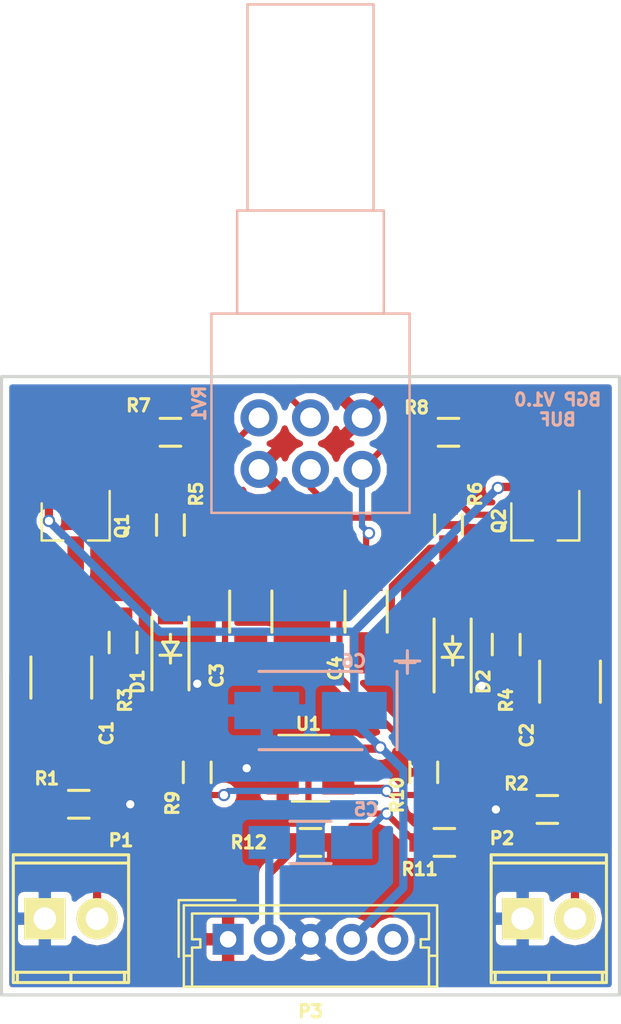
<source format=kicad_pcb>
(kicad_pcb (version 4) (host pcbnew 4.0.7)

  (general
    (links 47)
    (no_connects 0)
    (area 135.405 49.424999 166.075001 99.65588)
    (thickness 1.6)
    (drawings 9)
    (tracks 144)
    (zones 0)
    (modules 27)
    (nets 20)
  )

  (page A4)
  (layers
    (0 F.Cu signal)
    (31 B.Cu signal)
    (32 B.Adhes user)
    (33 F.Adhes user)
    (34 B.Paste user)
    (35 F.Paste user)
    (36 B.SilkS user)
    (37 F.SilkS user)
    (38 B.Mask user)
    (39 F.Mask user)
    (40 Dwgs.User user)
    (41 Cmts.User user)
    (42 Eco1.User user)
    (43 Eco2.User user)
    (44 Edge.Cuts user)
    (45 Margin user)
    (46 B.CrtYd user)
    (47 F.CrtYd user)
    (48 B.Fab user)
    (49 F.Fab user)
  )

  (setup
    (last_trace_width 0.3)
    (trace_clearance 0.3)
    (zone_clearance 0.3)
    (zone_45_only no)
    (trace_min 0.3)
    (segment_width 0.2)
    (edge_width 0.15)
    (via_size 0.6)
    (via_drill 0.4)
    (via_min_size 0.4)
    (via_min_drill 0.3)
    (uvia_size 0.3)
    (uvia_drill 0.1)
    (uvias_allowed no)
    (uvia_min_size 0)
    (uvia_min_drill 0)
    (pcb_text_width 0.3)
    (pcb_text_size 1.5 1.5)
    (mod_edge_width 0.15)
    (mod_text_size 0.6 0.6)
    (mod_text_width 0.15)
    (pad_size 1.524 1.524)
    (pad_drill 0.762)
    (pad_to_mask_clearance 0.2)
    (aux_axis_origin 0 0)
    (visible_elements 7FFFFFFF)
    (pcbplotparams
      (layerselection 0x010f0_80000001)
      (usegerberextensions true)
      (usegerberattributes true)
      (excludeedgelayer true)
      (linewidth 0.100000)
      (plotframeref false)
      (viasonmask false)
      (mode 1)
      (useauxorigin false)
      (hpglpennumber 1)
      (hpglpenspeed 20)
      (hpglpendiameter 15)
      (hpglpenoverlay 2)
      (psnegative false)
      (psa4output false)
      (plotreference true)
      (plotvalue true)
      (plotinvisibletext false)
      (padsonsilk false)
      (subtractmaskfromsilk false)
      (outputformat 1)
      (mirror false)
      (drillshape 0)
      (scaleselection 1)
      (outputdirectory ../../GERBER/BUF_0/))
  )

  (net 0 "")
  (net 1 "Net-(C1-Pad1)")
  (net 2 "Net-(C1-Pad2)")
  (net 3 "Net-(C2-Pad1)")
  (net 4 "Net-(C2-Pad2)")
  (net 5 "Net-(C3-Pad1)")
  (net 6 "Net-(C3-Pad2)")
  (net 7 "Net-(C4-Pad1)")
  (net 8 "Net-(C4-Pad2)")
  (net 9 /OUT)
  (net 10 Earth)
  (net 11 /V+)
  (net 12 /REF)
  (net 13 "Net-(R10-Pad1)")
  (net 14 "Net-(R7-Pad1)")
  (net 15 "Net-(R10-Pad2)")
  (net 16 "Net-(C5-Pad1)")
  (net 17 "Net-(D1-Pad2)")
  (net 18 "Net-(D2-Pad2)")
  (net 19 "Net-(P3-Pad5)")

  (net_class Default "This is the default net class."
    (clearance 0.3)
    (trace_width 0.3)
    (via_dia 0.6)
    (via_drill 0.4)
    (uvia_dia 0.3)
    (uvia_drill 0.1)
    (add_net /REF)
    (add_net Earth)
    (add_net "Net-(C1-Pad1)")
    (add_net "Net-(C2-Pad1)")
    (add_net "Net-(C3-Pad1)")
    (add_net "Net-(C3-Pad2)")
    (add_net "Net-(C4-Pad1)")
    (add_net "Net-(C4-Pad2)")
    (add_net "Net-(C5-Pad1)")
    (add_net "Net-(D1-Pad2)")
    (add_net "Net-(D2-Pad2)")
    (add_net "Net-(P3-Pad5)")
    (add_net "Net-(R10-Pad1)")
    (add_net "Net-(R10-Pad2)")
    (add_net "Net-(R7-Pad1)")
  )

  (net_class PWR ""
    (clearance 0.3)
    (trace_width 0.4)
    (via_dia 0.6)
    (via_drill 0.4)
    (uvia_dia 0.3)
    (uvia_drill 0.1)
    (add_net /OUT)
    (add_net /V+)
    (add_net "Net-(C1-Pad2)")
    (add_net "Net-(C2-Pad2)")
  )

  (module Resistors_SMD:R_0603_HandSoldering (layer F.Cu) (tedit 5A27695C) (tstamp 5A27D0F3)
    (at 157.5 90.6 180)
    (descr "Resistor SMD 0603, hand soldering")
    (tags "resistor 0603")
    (path /5A276526)
    (attr smd)
    (fp_text reference R11 (at 1.2 -1.3 180) (layer F.SilkS)
      (effects (font (size 0.6 0.6) (thickness 0.15)))
    )
    (fp_text value 47k (at 0 1.9 180) (layer F.Fab) hide
      (effects (font (size 0.6 0.6) (thickness 0.15)))
    )
    (fp_line (start -2 -0.8) (end 2 -0.8) (layer F.CrtYd) (width 0.05))
    (fp_line (start -2 0.8) (end 2 0.8) (layer F.CrtYd) (width 0.05))
    (fp_line (start -2 -0.8) (end -2 0.8) (layer F.CrtYd) (width 0.05))
    (fp_line (start 2 -0.8) (end 2 0.8) (layer F.CrtYd) (width 0.05))
    (fp_line (start 0.5 0.675) (end -0.5 0.675) (layer F.SilkS) (width 0.15))
    (fp_line (start -0.5 -0.675) (end 0.5 -0.675) (layer F.SilkS) (width 0.15))
    (pad 1 smd rect (at -1.1 0 180) (size 1.2 0.9) (layers F.Cu F.Paste F.Mask)
      (net 13 "Net-(R10-Pad1)"))
    (pad 2 smd rect (at 1.1 0 180) (size 1.2 0.9) (layers F.Cu F.Paste F.Mask)
      (net 16 "Net-(C5-Pad1)"))
    (model Resistors_SMD.3dshapes/R_0603_HandSoldering.wrl
      (at (xyz 0 0 0))
      (scale (xyz 1 1 1))
      (rotate (xyz 0 0 0))
    )
  )

  (module Resistors_SMD:R_0603_HandSoldering (layer F.Cu) (tedit 5A2765A7) (tstamp 5A27D0BD)
    (at 162.5 89 180)
    (descr "Resistor SMD 0603, hand soldering")
    (tags "resistor 0603")
    (path /5A275DDC)
    (attr smd)
    (fp_text reference R2 (at 1.5 1.25 180) (layer F.SilkS)
      (effects (font (size 0.6 0.6) (thickness 0.15)))
    )
    (fp_text value 470k (at 0 1.9 180) (layer F.Fab) hide
      (effects (font (size 0.6 0.6) (thickness 0.15)))
    )
    (fp_line (start -2 -0.8) (end 2 -0.8) (layer F.CrtYd) (width 0.05))
    (fp_line (start -2 0.8) (end 2 0.8) (layer F.CrtYd) (width 0.05))
    (fp_line (start -2 -0.8) (end -2 0.8) (layer F.CrtYd) (width 0.05))
    (fp_line (start 2 -0.8) (end 2 0.8) (layer F.CrtYd) (width 0.05))
    (fp_line (start 0.5 0.675) (end -0.5 0.675) (layer F.SilkS) (width 0.15))
    (fp_line (start -0.5 -0.675) (end 0.5 -0.675) (layer F.SilkS) (width 0.15))
    (pad 1 smd rect (at -1.1 0 180) (size 1.2 0.9) (layers F.Cu F.Paste F.Mask)
      (net 4 "Net-(C2-Pad2)"))
    (pad 2 smd rect (at 1.1 0 180) (size 1.2 0.9) (layers F.Cu F.Paste F.Mask)
      (net 10 Earth))
    (model Resistors_SMD.3dshapes/R_0603_HandSoldering.wrl
      (at (xyz 0 0 0))
      (scale (xyz 1 1 1))
      (rotate (xyz 0 0 0))
    )
  )

  (module Terminal_Blocks:TerminalBlock_Pheonix_MPT-2.54mm_2pol (layer F.Cu) (tedit 5A275CCC) (tstamp 5A27CC20)
    (at 138.1 94.3)
    (descr "2-way 2.54mm pitch terminal block, Phoenix MPT series")
    (path /5A27542D)
    (fp_text reference P1 (at 3.7 -3.8) (layer F.SilkS)
      (effects (font (size 0.6 0.6) (thickness 0.15)))
    )
    (fp_text value CONN_01X02 (at 1.27 4.50088) (layer F.Fab) hide
      (effects (font (size 0.6 0.6) (thickness 0.15)))
    )
    (fp_line (start -1.7 -3.3) (end 4.3 -3.3) (layer F.CrtYd) (width 0.05))
    (fp_line (start -1.7 3.3) (end -1.7 -3.3) (layer F.CrtYd) (width 0.05))
    (fp_line (start 4.3 3.3) (end -1.7 3.3) (layer F.CrtYd) (width 0.05))
    (fp_line (start 4.3 -3.3) (end 4.3 3.3) (layer F.CrtYd) (width 0.05))
    (fp_line (start 4.06908 2.60096) (end -1.52908 2.60096) (layer F.SilkS) (width 0.15))
    (fp_line (start -1.33096 3.0988) (end -1.33096 2.60096) (layer F.SilkS) (width 0.15))
    (fp_line (start 3.87096 2.60096) (end 3.87096 3.0988) (layer F.SilkS) (width 0.15))
    (fp_line (start 1.27 3.0988) (end 1.27 2.60096) (layer F.SilkS) (width 0.15))
    (fp_line (start -1.52908 -2.70002) (end 4.06908 -2.70002) (layer F.SilkS) (width 0.15))
    (fp_line (start -1.52908 3.0988) (end 4.06908 3.0988) (layer F.SilkS) (width 0.15))
    (fp_line (start 4.06908 3.0988) (end 4.06908 -3.0988) (layer F.SilkS) (width 0.15))
    (fp_line (start 4.06908 -3.0988) (end -1.52908 -3.0988) (layer F.SilkS) (width 0.15))
    (fp_line (start -1.52908 -3.0988) (end -1.52908 3.0988) (layer F.SilkS) (width 0.15))
    (pad 2 thru_hole oval (at 2.54 0) (size 1.99898 1.99898) (drill 1.09728) (layers *.Cu *.Mask F.SilkS)
      (net 2 "Net-(C1-Pad2)"))
    (pad 1 thru_hole rect (at 0 0) (size 1.99898 1.99898) (drill 1.09728) (layers *.Cu *.Mask F.SilkS)
      (net 10 Earth))
    (model Terminal_Blocks.3dshapes/TerminalBlock_Pheonix_MPT-2.54mm_2pol.wrl
      (at (xyz 0.05 0 0))
      (scale (xyz 1 1 1))
      (rotate (xyz 0 0 0))
    )
  )

  (module Terminal_Blocks:TerminalBlock_Pheonix_MPT-2.54mm_2pol (layer F.Cu) (tedit 5A275CD0) (tstamp 5A27CC26)
    (at 161.3 94.3)
    (descr "2-way 2.54mm pitch terminal block, Phoenix MPT series")
    (path /5A275DEE)
    (fp_text reference P2 (at -1 -3.9) (layer F.SilkS)
      (effects (font (size 0.6 0.6) (thickness 0.15)))
    )
    (fp_text value CONN_01X02 (at 1.27 4.50088) (layer F.Fab) hide
      (effects (font (size 0.6 0.6) (thickness 0.15)))
    )
    (fp_line (start -1.7 -3.3) (end 4.3 -3.3) (layer F.CrtYd) (width 0.05))
    (fp_line (start -1.7 3.3) (end -1.7 -3.3) (layer F.CrtYd) (width 0.05))
    (fp_line (start 4.3 3.3) (end -1.7 3.3) (layer F.CrtYd) (width 0.05))
    (fp_line (start 4.3 -3.3) (end 4.3 3.3) (layer F.CrtYd) (width 0.05))
    (fp_line (start 4.06908 2.60096) (end -1.52908 2.60096) (layer F.SilkS) (width 0.15))
    (fp_line (start -1.33096 3.0988) (end -1.33096 2.60096) (layer F.SilkS) (width 0.15))
    (fp_line (start 3.87096 2.60096) (end 3.87096 3.0988) (layer F.SilkS) (width 0.15))
    (fp_line (start 1.27 3.0988) (end 1.27 2.60096) (layer F.SilkS) (width 0.15))
    (fp_line (start -1.52908 -2.70002) (end 4.06908 -2.70002) (layer F.SilkS) (width 0.15))
    (fp_line (start -1.52908 3.0988) (end 4.06908 3.0988) (layer F.SilkS) (width 0.15))
    (fp_line (start 4.06908 3.0988) (end 4.06908 -3.0988) (layer F.SilkS) (width 0.15))
    (fp_line (start 4.06908 -3.0988) (end -1.52908 -3.0988) (layer F.SilkS) (width 0.15))
    (fp_line (start -1.52908 -3.0988) (end -1.52908 3.0988) (layer F.SilkS) (width 0.15))
    (pad 2 thru_hole oval (at 2.54 0) (size 1.99898 1.99898) (drill 1.09728) (layers *.Cu *.Mask F.SilkS)
      (net 4 "Net-(C2-Pad2)"))
    (pad 1 thru_hole rect (at 0 0) (size 1.99898 1.99898) (drill 1.09728) (layers *.Cu *.Mask F.SilkS)
      (net 10 Earth))
    (model Terminal_Blocks.3dshapes/TerminalBlock_Pheonix_MPT-2.54mm_2pol.wrl
      (at (xyz 0.05 0 0))
      (scale (xyz 1 1 1))
      (rotate (xyz 0 0 0))
    )
  )

  (module Potentiometers:Potentiometer_Alps_RK097_Double_Vertical (layer B.Cu) (tedit 5A31B417) (tstamp 5A27CC8E)
    (at 148.5 70 90)
    (descr "Potentiometer, vertically mounted, Omeg PC16PU, Omeg PC16PU, Omeg PC16PU, Vishay/Spectrol 248GJ/249GJ Single, Vishay/Spectrol 248GJ/249GJ Single, Vishay/Spectrol 248GJ/249GJ Single, Vishay/Spectrol 248GH/249GH Single, Vishay/Spectrol 148/149 Single, Vishay/Spectrol 148/149 Single, Vishay/Spectrol 148/149 Single, Vishay/Spectrol 148A/149A Single with mounting plates, Vishay/Spectrol 148/149 Double, Vishay/Spectrol 148A/149A Double with mounting plates, Piher PC-16 Single, Piher PC-16 Single, Piher PC-16 Single, Piher PC-16SV Single, Piher PC-16 Double, Piher PC-16 Triple, Piher T16H Single, Piher T16L Single, Piher T16H Double, Alps RK163 Single, Alps RK163 Double, Alps RK097 Single, Alps RK097 Double, http://www.alps.com/prod/info/E/HTML/Potentiometer/RotaryPotentiometers/RK097/RK09712100AV.html")
    (tags "Potentiometer vertical  Omeg PC16PU  Omeg PC16PU  Omeg PC16PU  Vishay/Spectrol 248GJ/249GJ Single  Vishay/Spectrol 248GJ/249GJ Single  Vishay/Spectrol 248GJ/249GJ Single  Vishay/Spectrol 248GH/249GH Single  Vishay/Spectrol 148/149 Single  Vishay/Spectrol 148/149 Single  Vishay/Spectrol 148/149 Single  Vishay/Spectrol 148A/149A Single with mounting plates  Vishay/Spectrol 148/149 Double  Vishay/Spectrol 148A/149A Double with mounting plates  Piher PC-16 Single  Piher PC-16 Single  Piher PC-16 Single  Piher PC-16SV Single  Piher PC-16 Double  Piher PC-16 Triple  Piher T16H Single  Piher T16L Single  Piher T16H Double  Alps RK163 Single  Alps RK163 Double  Alps RK097 Single  Alps RK097 Double")
    (path /5A27584C)
    (fp_text reference RV1 (at 0.7 -2.9 90) (layer B.SilkS)
      (effects (font (size 0.6 0.6) (thickness 0.15)) (justify mirror))
    )
    (fp_text value RK0971210Z2M (at 0 -3.5 90) (layer B.Fab) hide
      (effects (font (size 0.6 0.6) (thickness 0.15)) (justify mirror))
    )
    (fp_line (start -4.55 7.25) (end -4.55 -2.25) (layer B.Fab) (width 0.1))
    (fp_line (start -4.55 -2.25) (end 5 -2.25) (layer B.Fab) (width 0.1))
    (fp_line (start 5 -2.25) (end 5 7.25) (layer B.Fab) (width 0.1))
    (fp_line (start 5 7.25) (end -4.55 7.25) (layer B.Fab) (width 0.1))
    (fp_line (start 5 6) (end 5 -1) (layer B.Fab) (width 0.1))
    (fp_line (start 5 -1) (end 10 -1) (layer B.Fab) (width 0.1))
    (fp_line (start 10 -1) (end 10 6) (layer B.Fab) (width 0.1))
    (fp_line (start 10 6) (end 5 6) (layer B.Fab) (width 0.1))
    (fp_line (start 10 5.5) (end 10 -0.5) (layer B.Fab) (width 0.1))
    (fp_line (start 10 -0.5) (end 20 -0.5) (layer B.Fab) (width 0.1))
    (fp_line (start 20 -0.5) (end 20 5.5) (layer B.Fab) (width 0.1))
    (fp_line (start 20 5.5) (end 10 5.5) (layer B.Fab) (width 0.1))
    (fp_line (start -4.61 7.31) (end 5.06 7.31) (layer B.SilkS) (width 0.12))
    (fp_line (start -4.61 -2.31) (end 5.06 -2.31) (layer B.SilkS) (width 0.12))
    (fp_line (start -4.61 7.31) (end -4.61 -2.31) (layer B.SilkS) (width 0.12))
    (fp_line (start 5.06 7.31) (end 5.06 -2.31) (layer B.SilkS) (width 0.12))
    (fp_line (start 5.06 6.06) (end 10.06 6.06) (layer B.SilkS) (width 0.12))
    (fp_line (start 5.06 -1.06) (end 10.06 -1.06) (layer B.SilkS) (width 0.12))
    (fp_line (start 5.06 6.06) (end 5.06 -1.06) (layer B.SilkS) (width 0.12))
    (fp_line (start 10.06 6.06) (end 10.06 -1.06) (layer B.SilkS) (width 0.12))
    (fp_line (start 10.06 5.56) (end 20.06 5.56) (layer B.SilkS) (width 0.12))
    (fp_line (start 10.06 -0.56) (end 20.06 -0.56) (layer B.SilkS) (width 0.12))
    (fp_line (start 10.06 5.56) (end 10.06 -0.56) (layer B.SilkS) (width 0.12))
    (fp_line (start 20.06 5.56) (end 20.06 -0.56) (layer B.SilkS) (width 0.12))
    (fp_line (start -4.85 7.5) (end -4.85 -2.5) (layer B.CrtYd) (width 0.05))
    (fp_line (start -4.85 -2.5) (end 20.25 -2.5) (layer B.CrtYd) (width 0.05))
    (fp_line (start 20.25 -2.5) (end 20.25 7.5) (layer B.CrtYd) (width 0.05))
    (fp_line (start 20.25 7.5) (end -4.85 7.5) (layer B.CrtYd) (width 0.05))
    (pad 3 thru_hole circle (at 0 5 90) (size 1.8 1.8) (drill 1) (layers *.Cu *.Mask)
      (net 12 /REF))
    (pad 2 thru_hole circle (at 0 2.5 90) (size 1.8 1.8) (drill 1) (layers *.Cu *.Mask)
      (net 14 "Net-(R7-Pad1)"))
    (pad 1 thru_hole circle (at 0 0 90) (size 1.8 1.8) (drill 1) (layers *.Cu *.Mask)
      (net 6 "Net-(C3-Pad2)"))
    (pad 6 thru_hole circle (at -2.5 5 90) (size 1.8 1.8) (drill 1) (layers *.Cu *.Mask)
      (net 8 "Net-(C4-Pad2)"))
    (pad 5 thru_hole circle (at -2.5 2.5 90) (size 1.8 1.8) (drill 1) (layers *.Cu *.Mask)
      (net 15 "Net-(R10-Pad2)"))
    (pad 4 thru_hole circle (at -2.5 0 90) (size 1.8 1.8) (drill 1) (layers *.Cu *.Mask)
      (net 12 /REF))
    (model Potentiometers.3dshapes/Potentiometer_Alps_RK097_Double_Vertical.wrl
      (at (xyz 0 0 0))
      (scale (xyz 0.393701 0.393701 0.393701))
      (rotate (xyz 0 0 0))
    )
  )

  (module TO_SOT_Packages_SMD:SOT-23-5_HandSoldering (layer F.Cu) (tedit 5A29DFF3) (tstamp 5A27CC97)
    (at 151 87)
    (descr "5-pin SOT23 package")
    (tags "SOT-23-5 hand-soldering")
    (path /5A27637E)
    (attr smd)
    (fp_text reference U1 (at -0.1 -2.15) (layer F.SilkS)
      (effects (font (size 0.6 0.6) (thickness 0.15)))
    )
    (fp_text value OPA180 (at 0 2.2) (layer F.Fab) hide
      (effects (font (size 0.6 0.6) (thickness 0.15)))
    )
    (fp_text user %R (at 0 0 90) (layer F.Fab)
      (effects (font (size 0.5 0.5) (thickness 0.075)))
    )
    (fp_line (start -0.9 1.61) (end 0.9 1.61) (layer F.SilkS) (width 0.12))
    (fp_line (start 0.9 -1.61) (end -1.55 -1.61) (layer F.SilkS) (width 0.12))
    (fp_line (start -0.9 -0.9) (end -0.25 -1.55) (layer F.Fab) (width 0.1))
    (fp_line (start 0.9 -1.55) (end -0.25 -1.55) (layer F.Fab) (width 0.1))
    (fp_line (start -0.9 -0.9) (end -0.9 1.55) (layer F.Fab) (width 0.1))
    (fp_line (start 0.9 1.55) (end -0.9 1.55) (layer F.Fab) (width 0.1))
    (fp_line (start 0.9 -1.55) (end 0.9 1.55) (layer F.Fab) (width 0.1))
    (fp_line (start -2.38 -1.8) (end 2.38 -1.8) (layer F.CrtYd) (width 0.05))
    (fp_line (start -2.38 -1.8) (end -2.38 1.8) (layer F.CrtYd) (width 0.05))
    (fp_line (start 2.38 1.8) (end 2.38 -1.8) (layer F.CrtYd) (width 0.05))
    (fp_line (start 2.38 1.8) (end -2.38 1.8) (layer F.CrtYd) (width 0.05))
    (pad 1 smd rect (at -1.35 -0.95) (size 1.56 0.65) (layers F.Cu F.Paste F.Mask)
      (net 16 "Net-(C5-Pad1)"))
    (pad 2 smd rect (at -1.35 0) (size 1.56 0.65) (layers F.Cu F.Paste F.Mask)
      (net 10 Earth))
    (pad 3 smd rect (at -1.35 0.95) (size 1.56 0.65) (layers F.Cu F.Paste F.Mask)
      (net 12 /REF))
    (pad 4 smd rect (at 1.35 0.95) (size 1.56 0.65) (layers F.Cu F.Paste F.Mask)
      (net 13 "Net-(R10-Pad1)"))
    (pad 5 smd rect (at 1.35 -0.95) (size 1.56 0.65) (layers F.Cu F.Paste F.Mask)
      (net 11 /V+))
    (model ${KISYS3DMOD}/TO_SOT_Packages_SMD.3dshapes\SOT-23-5.wrl
      (at (xyz 0 0 0))
      (scale (xyz 1 1 1))
      (rotate (xyz 0 0 0))
    )
  )

  (module Capacitors_SMD:C_1206_HandSoldering (layer F.Cu) (tedit 5A276508) (tstamp 5A27D07F)
    (at 148.1 79.4 90)
    (descr "Capacitor SMD 1206, hand soldering")
    (tags "capacitor 1206")
    (path /5A27578F)
    (attr smd)
    (fp_text reference C3 (at -3.1 -1.65 90) (layer F.SilkS)
      (effects (font (size 0.6 0.6) (thickness 0.15)))
    )
    (fp_text value 10u (at 0 2.3 90) (layer F.Fab) hide
      (effects (font (size 0.6 0.6) (thickness 0.15)))
    )
    (fp_line (start -3.3 -1.15) (end 3.3 -1.15) (layer F.CrtYd) (width 0.05))
    (fp_line (start -3.3 1.15) (end 3.3 1.15) (layer F.CrtYd) (width 0.05))
    (fp_line (start -3.3 -1.15) (end -3.3 1.15) (layer F.CrtYd) (width 0.05))
    (fp_line (start 3.3 -1.15) (end 3.3 1.15) (layer F.CrtYd) (width 0.05))
    (fp_line (start 1 -1.025) (end -1 -1.025) (layer F.SilkS) (width 0.15))
    (fp_line (start -1 1.025) (end 1 1.025) (layer F.SilkS) (width 0.15))
    (pad 1 smd rect (at -2 0 90) (size 2 1.6) (layers F.Cu F.Paste F.Mask)
      (net 5 "Net-(C3-Pad1)"))
    (pad 2 smd rect (at 2 0 90) (size 2 1.6) (layers F.Cu F.Paste F.Mask)
      (net 6 "Net-(C3-Pad2)"))
    (model Capacitors_SMD.3dshapes/C_1206_HandSoldering.wrl
      (at (xyz 0 0 0))
      (scale (xyz 1 1 1))
      (rotate (xyz 0 0 0))
    )
  )

  (module Capacitors_SMD:C_1206_HandSoldering (layer F.Cu) (tedit 5A29D201) (tstamp 5A27D085)
    (at 153.7 79.4 90)
    (descr "Capacitor SMD 1206, hand soldering")
    (tags "capacitor 1206")
    (path /5A275E0C)
    (attr smd)
    (fp_text reference C4 (at -2.75 -1.5 90) (layer F.SilkS)
      (effects (font (size 0.6 0.6) (thickness 0.15)))
    )
    (fp_text value 10u (at 0 2.3 90) (layer F.Fab) hide
      (effects (font (size 0.6 0.6) (thickness 0.15)))
    )
    (fp_line (start -3.3 -1.15) (end 3.3 -1.15) (layer F.CrtYd) (width 0.05))
    (fp_line (start -3.3 1.15) (end 3.3 1.15) (layer F.CrtYd) (width 0.05))
    (fp_line (start -3.3 -1.15) (end -3.3 1.15) (layer F.CrtYd) (width 0.05))
    (fp_line (start 3.3 -1.15) (end 3.3 1.15) (layer F.CrtYd) (width 0.05))
    (fp_line (start 1 -1.025) (end -1 -1.025) (layer F.SilkS) (width 0.15))
    (fp_line (start -1 1.025) (end 1 1.025) (layer F.SilkS) (width 0.15))
    (pad 1 smd rect (at -2 0 90) (size 2 1.6) (layers F.Cu F.Paste F.Mask)
      (net 7 "Net-(C4-Pad1)"))
    (pad 2 smd rect (at 2 0 90) (size 2 1.6) (layers F.Cu F.Paste F.Mask)
      (net 8 "Net-(C4-Pad2)"))
    (model Capacitors_SMD.3dshapes/C_1206_HandSoldering.wrl
      (at (xyz 0 0 0))
      (scale (xyz 1 1 1))
      (rotate (xyz 0 0 0))
    )
  )

  (module TO_SOT_Packages_SMD:SC-59_Handsoldering (layer F.Cu) (tedit 5A29DC50) (tstamp 5A27D0AA)
    (at 139.6 75 270)
    (descr "SC-59, hand-soldering varaint, https://lib.chipdip.ru/images/import_diod/original/SOT-23_SC-59.jpg")
    (tags "SC-59 hand-soldering")
    (path /5A274EF0)
    (attr smd)
    (fp_text reference Q1 (at 0.25 -2.25 270) (layer F.SilkS)
      (effects (font (size 0.6 0.6) (thickness 0.15)))
    )
    (fp_text value 2SK208 (at 0 2.5 270) (layer F.Fab) hide
      (effects (font (size 0.6 0.6) (thickness 0.15)))
    )
    (fp_text user %R (at 0 0 540) (layer F.Fab)
      (effects (font (size 0.5 0.5) (thickness 0.075)))
    )
    (fp_line (start -0.85 1.55) (end -0.85 -1) (layer F.Fab) (width 0.1))
    (fp_line (start -1.45 -1.65) (end 0.95 -1.65) (layer F.SilkS) (width 0.12))
    (fp_line (start 0.95 -1.65) (end 0.95 -0.6) (layer F.SilkS) (width 0.12))
    (fp_line (start -0.85 1.65) (end 0.95 1.65) (layer F.SilkS) (width 0.12))
    (fp_line (start 0.95 1.65) (end 0.95 0.6) (layer F.SilkS) (width 0.12))
    (fp_line (start -0.85 1.55) (end 0.85 1.55) (layer F.Fab) (width 0.1))
    (fp_line (start -0.3 -1.55) (end -0.85 -1) (layer F.Fab) (width 0.1))
    (fp_line (start -0.3 -1.55) (end 0.85 -1.55) (layer F.Fab) (width 0.1))
    (fp_line (start 0.85 -1.52) (end 0.85 1.52) (layer F.Fab) (width 0.1))
    (fp_line (start -2.8 -1.8) (end 2.8 -1.8) (layer F.CrtYd) (width 0.05))
    (fp_line (start -2.8 -1.8) (end -2.8 1.8) (layer F.CrtYd) (width 0.05))
    (fp_line (start 2.8 1.8) (end 2.8 -1.8) (layer F.CrtYd) (width 0.05))
    (fp_line (start 2.8 1.8) (end -2.8 1.8) (layer F.CrtYd) (width 0.05))
    (pad 1 smd rect (at -1.65 -0.95 270) (size 1.8 0.8) (layers F.Cu F.Paste F.Mask)
      (net 17 "Net-(D1-Pad2)"))
    (pad 2 smd rect (at -1.65 0.95 270) (size 1.8 0.8) (layers F.Cu F.Paste F.Mask)
      (net 11 /V+))
    (pad 3 smd rect (at 1.65 0 270) (size 1.8 0.8) (layers F.Cu F.Paste F.Mask)
      (net 1 "Net-(C1-Pad1)"))
    (model ${KISYS3DMOD}/TO_SOT_Packages_SMD.3dshapes\SC-59.wrl
      (at (xyz 0 0 0))
      (scale (xyz 1 1 1))
      (rotate (xyz 0 0 0))
    )
  )

  (module TO_SOT_Packages_SMD:SC-59_Handsoldering (layer F.Cu) (tedit 5A29D215) (tstamp 5A27D0B1)
    (at 162.4 75 270)
    (descr "SC-59, hand-soldering varaint, https://lib.chipdip.ru/images/import_diod/original/SOT-23_SC-59.jpg")
    (tags "SC-59 hand-soldering")
    (path /5A275DCA)
    (attr smd)
    (fp_text reference Q2 (at 0 2.25 270) (layer F.SilkS)
      (effects (font (size 0.6 0.6) (thickness 0.15)))
    )
    (fp_text value 2SK208 (at 0 2.5 270) (layer F.Fab) hide
      (effects (font (size 0.6 0.6) (thickness 0.15)))
    )
    (fp_text user %R (at 0 0 360) (layer F.Fab)
      (effects (font (size 0.5 0.5) (thickness 0.075)))
    )
    (fp_line (start -0.85 1.55) (end -0.85 -1) (layer F.Fab) (width 0.1))
    (fp_line (start -1.45 -1.65) (end 0.95 -1.65) (layer F.SilkS) (width 0.12))
    (fp_line (start 0.95 -1.65) (end 0.95 -0.6) (layer F.SilkS) (width 0.12))
    (fp_line (start -0.85 1.65) (end 0.95 1.65) (layer F.SilkS) (width 0.12))
    (fp_line (start 0.95 1.65) (end 0.95 0.6) (layer F.SilkS) (width 0.12))
    (fp_line (start -0.85 1.55) (end 0.85 1.55) (layer F.Fab) (width 0.1))
    (fp_line (start -0.3 -1.55) (end -0.85 -1) (layer F.Fab) (width 0.1))
    (fp_line (start -0.3 -1.55) (end 0.85 -1.55) (layer F.Fab) (width 0.1))
    (fp_line (start 0.85 -1.52) (end 0.85 1.52) (layer F.Fab) (width 0.1))
    (fp_line (start -2.8 -1.8) (end 2.8 -1.8) (layer F.CrtYd) (width 0.05))
    (fp_line (start -2.8 -1.8) (end -2.8 1.8) (layer F.CrtYd) (width 0.05))
    (fp_line (start 2.8 1.8) (end 2.8 -1.8) (layer F.CrtYd) (width 0.05))
    (fp_line (start 2.8 1.8) (end -2.8 1.8) (layer F.CrtYd) (width 0.05))
    (pad 1 smd rect (at -1.65 -0.95 270) (size 1.8 0.8) (layers F.Cu F.Paste F.Mask)
      (net 18 "Net-(D2-Pad2)"))
    (pad 2 smd rect (at -1.65 0.95 270) (size 1.8 0.8) (layers F.Cu F.Paste F.Mask)
      (net 11 /V+))
    (pad 3 smd rect (at 1.65 0 270) (size 1.8 0.8) (layers F.Cu F.Paste F.Mask)
      (net 3 "Net-(C2-Pad1)"))
    (model ${KISYS3DMOD}/TO_SOT_Packages_SMD.3dshapes\SC-59.wrl
      (at (xyz 0 0 0))
      (scale (xyz 1 1 1))
      (rotate (xyz 0 0 0))
    )
  )

  (module Resistors_SMD:R_0603_HandSoldering (layer F.Cu) (tedit 5A29D1B3) (tstamp 5A27D0B7)
    (at 139.75 88.75)
    (descr "Resistor SMD 0603, hand soldering")
    (tags "resistor 0603")
    (path /5A275237)
    (attr smd)
    (fp_text reference R1 (at -1.55 -1.25) (layer F.SilkS)
      (effects (font (size 0.6 0.6) (thickness 0.15)))
    )
    (fp_text value 470k (at 0 1.9) (layer F.Fab) hide
      (effects (font (size 0.6 0.6) (thickness 0.15)))
    )
    (fp_line (start -2 -0.8) (end 2 -0.8) (layer F.CrtYd) (width 0.05))
    (fp_line (start -2 0.8) (end 2 0.8) (layer F.CrtYd) (width 0.05))
    (fp_line (start -2 -0.8) (end -2 0.8) (layer F.CrtYd) (width 0.05))
    (fp_line (start 2 -0.8) (end 2 0.8) (layer F.CrtYd) (width 0.05))
    (fp_line (start 0.5 0.675) (end -0.5 0.675) (layer F.SilkS) (width 0.15))
    (fp_line (start -0.5 -0.675) (end 0.5 -0.675) (layer F.SilkS) (width 0.15))
    (pad 1 smd rect (at -1.1 0) (size 1.2 0.9) (layers F.Cu F.Paste F.Mask)
      (net 2 "Net-(C1-Pad2)"))
    (pad 2 smd rect (at 1.1 0) (size 1.2 0.9) (layers F.Cu F.Paste F.Mask)
      (net 10 Earth))
    (model Resistors_SMD.3dshapes/R_0603_HandSoldering.wrl
      (at (xyz 0 0 0))
      (scale (xyz 1 1 1))
      (rotate (xyz 0 0 0))
    )
  )

  (module Resistors_SMD:R_0603_HandSoldering (layer F.Cu) (tedit 5A29D0E5) (tstamp 5A27D0C3)
    (at 141.9 80.9 270)
    (descr "Resistor SMD 0603, hand soldering")
    (tags "resistor 0603")
    (path /5A275212)
    (attr smd)
    (fp_text reference R3 (at 2.8 -0.1 270) (layer F.SilkS)
      (effects (font (size 0.6 0.6) (thickness 0.15)))
    )
    (fp_text value 1.5MEG (at 0 1.9 270) (layer F.Fab) hide
      (effects (font (size 0.6 0.6) (thickness 0.15)))
    )
    (fp_line (start -2 -0.8) (end 2 -0.8) (layer F.CrtYd) (width 0.05))
    (fp_line (start -2 0.8) (end 2 0.8) (layer F.CrtYd) (width 0.05))
    (fp_line (start -2 -0.8) (end -2 0.8) (layer F.CrtYd) (width 0.05))
    (fp_line (start 2 -0.8) (end 2 0.8) (layer F.CrtYd) (width 0.05))
    (fp_line (start 0.5 0.675) (end -0.5 0.675) (layer F.SilkS) (width 0.15))
    (fp_line (start -0.5 -0.675) (end 0.5 -0.675) (layer F.SilkS) (width 0.15))
    (pad 1 smd rect (at -1.1 0 270) (size 1.2 0.9) (layers F.Cu F.Paste F.Mask)
      (net 1 "Net-(C1-Pad1)"))
    (pad 2 smd rect (at 1.1 0 270) (size 1.2 0.9) (layers F.Cu F.Paste F.Mask)
      (net 12 /REF))
    (model Resistors_SMD.3dshapes/R_0603_HandSoldering.wrl
      (at (xyz 0 0 0))
      (scale (xyz 1 1 1))
      (rotate (xyz 0 0 0))
    )
  )

  (module Resistors_SMD:R_0603_HandSoldering (layer F.Cu) (tedit 5A29D0EA) (tstamp 5A27D0C9)
    (at 160.5 81 270)
    (descr "Resistor SMD 0603, hand soldering")
    (tags "resistor 0603")
    (path /5A275DD6)
    (attr smd)
    (fp_text reference R4 (at 2.7 0 270) (layer F.SilkS)
      (effects (font (size 0.6 0.6) (thickness 0.15)))
    )
    (fp_text value 1.5MEG (at 0 1.9 270) (layer F.Fab) hide
      (effects (font (size 0.6 0.6) (thickness 0.15)))
    )
    (fp_line (start -2 -0.8) (end 2 -0.8) (layer F.CrtYd) (width 0.05))
    (fp_line (start -2 0.8) (end 2 0.8) (layer F.CrtYd) (width 0.05))
    (fp_line (start -2 -0.8) (end -2 0.8) (layer F.CrtYd) (width 0.05))
    (fp_line (start 2 -0.8) (end 2 0.8) (layer F.CrtYd) (width 0.05))
    (fp_line (start 0.5 0.675) (end -0.5 0.675) (layer F.SilkS) (width 0.15))
    (fp_line (start -0.5 -0.675) (end 0.5 -0.675) (layer F.SilkS) (width 0.15))
    (pad 1 smd rect (at -1.1 0 270) (size 1.2 0.9) (layers F.Cu F.Paste F.Mask)
      (net 3 "Net-(C2-Pad1)"))
    (pad 2 smd rect (at 1.1 0 270) (size 1.2 0.9) (layers F.Cu F.Paste F.Mask)
      (net 12 /REF))
    (model Resistors_SMD.3dshapes/R_0603_HandSoldering.wrl
      (at (xyz 0 0 0))
      (scale (xyz 1 1 1))
      (rotate (xyz 0 0 0))
    )
  )

  (module Resistors_SMD:R_0603_HandSoldering (layer F.Cu) (tedit 5A29D207) (tstamp 5A27D0CF)
    (at 144.2 75.2 90)
    (descr "Resistor SMD 0603, hand soldering")
    (tags "resistor 0603")
    (path /5A275698)
    (attr smd)
    (fp_text reference R5 (at 1.5 1.25 90) (layer F.SilkS)
      (effects (font (size 0.6 0.6) (thickness 0.15)))
    )
    (fp_text value 3k (at 0 1.9 90) (layer F.Fab) hide
      (effects (font (size 0.6 0.6) (thickness 0.15)))
    )
    (fp_line (start -2 -0.8) (end 2 -0.8) (layer F.CrtYd) (width 0.05))
    (fp_line (start -2 0.8) (end 2 0.8) (layer F.CrtYd) (width 0.05))
    (fp_line (start -2 -0.8) (end -2 0.8) (layer F.CrtYd) (width 0.05))
    (fp_line (start 2 -0.8) (end 2 0.8) (layer F.CrtYd) (width 0.05))
    (fp_line (start 0.5 0.675) (end -0.5 0.675) (layer F.SilkS) (width 0.15))
    (fp_line (start -0.5 -0.675) (end 0.5 -0.675) (layer F.SilkS) (width 0.15))
    (pad 1 smd rect (at -1.1 0 90) (size 1.2 0.9) (layers F.Cu F.Paste F.Mask)
      (net 5 "Net-(C3-Pad1)"))
    (pad 2 smd rect (at 1.1 0 90) (size 1.2 0.9) (layers F.Cu F.Paste F.Mask)
      (net 17 "Net-(D1-Pad2)"))
    (model Resistors_SMD.3dshapes/R_0603_HandSoldering.wrl
      (at (xyz 0 0 0))
      (scale (xyz 1 1 1))
      (rotate (xyz 0 0 0))
    )
  )

  (module Resistors_SMD:R_0603_HandSoldering (layer F.Cu) (tedit 5A29D203) (tstamp 5A27D0D5)
    (at 157.7 75.2 90)
    (descr "Resistor SMD 0603, hand soldering")
    (tags "resistor 0603")
    (path /5A275E06)
    (attr smd)
    (fp_text reference R6 (at 1.5 1.3 90) (layer F.SilkS)
      (effects (font (size 0.6 0.6) (thickness 0.15)))
    )
    (fp_text value 3k (at 0 1.9 90) (layer F.Fab) hide
      (effects (font (size 0.6 0.6) (thickness 0.15)))
    )
    (fp_line (start -2 -0.8) (end 2 -0.8) (layer F.CrtYd) (width 0.05))
    (fp_line (start -2 0.8) (end 2 0.8) (layer F.CrtYd) (width 0.05))
    (fp_line (start -2 -0.8) (end -2 0.8) (layer F.CrtYd) (width 0.05))
    (fp_line (start 2 -0.8) (end 2 0.8) (layer F.CrtYd) (width 0.05))
    (fp_line (start 0.5 0.675) (end -0.5 0.675) (layer F.SilkS) (width 0.15))
    (fp_line (start -0.5 -0.675) (end 0.5 -0.675) (layer F.SilkS) (width 0.15))
    (pad 1 smd rect (at -1.1 0 90) (size 1.2 0.9) (layers F.Cu F.Paste F.Mask)
      (net 7 "Net-(C4-Pad1)"))
    (pad 2 smd rect (at 1.1 0 90) (size 1.2 0.9) (layers F.Cu F.Paste F.Mask)
      (net 18 "Net-(D2-Pad2)"))
    (model Resistors_SMD.3dshapes/R_0603_HandSoldering.wrl
      (at (xyz 0 0 0))
      (scale (xyz 1 1 1))
      (rotate (xyz 0 0 0))
    )
  )

  (module Resistors_SMD:R_0603_HandSoldering (layer F.Cu) (tedit 5A2C8E95) (tstamp 5A27D0DB)
    (at 144.2 70.7 180)
    (descr "Resistor SMD 0603, hand soldering")
    (tags "resistor 0603")
    (path /5A27595F)
    (attr smd)
    (fp_text reference R7 (at 1.55 1.3 180) (layer F.SilkS)
      (effects (font (size 0.6 0.6) (thickness 0.15)))
    )
    (fp_text value 10k (at 0 1.9 180) (layer F.Fab) hide
      (effects (font (size 0.6 0.6) (thickness 0.15)))
    )
    (fp_line (start -2 -0.8) (end 2 -0.8) (layer F.CrtYd) (width 0.05))
    (fp_line (start -2 0.8) (end 2 0.8) (layer F.CrtYd) (width 0.05))
    (fp_line (start -2 -0.8) (end -2 0.8) (layer F.CrtYd) (width 0.05))
    (fp_line (start 2 -0.8) (end 2 0.8) (layer F.CrtYd) (width 0.05))
    (fp_line (start 0.5 0.675) (end -0.5 0.675) (layer F.SilkS) (width 0.15))
    (fp_line (start -0.5 -0.675) (end 0.5 -0.675) (layer F.SilkS) (width 0.15))
    (pad 1 smd rect (at -1.1 0 180) (size 1.2 0.9) (layers F.Cu F.Paste F.Mask)
      (net 14 "Net-(R7-Pad1)"))
    (pad 2 smd rect (at 1.1 0 180) (size 1.2 0.9) (layers F.Cu F.Paste F.Mask)
      (net 6 "Net-(C3-Pad2)"))
    (model Resistors_SMD.3dshapes/R_0603_HandSoldering.wrl
      (at (xyz 0 0 0))
      (scale (xyz 1 1 1))
      (rotate (xyz 0 0 0))
    )
  )

  (module Resistors_SMD:R_0603_HandSoldering (layer F.Cu) (tedit 5A29CE59) (tstamp 5A27D0E1)
    (at 157.7 70.7 180)
    (descr "Resistor SMD 0603, hand soldering")
    (tags "resistor 0603")
    (path /5A275A90)
    (attr smd)
    (fp_text reference R8 (at 1.55 1.2 180) (layer F.SilkS)
      (effects (font (size 0.6 0.6) (thickness 0.15)))
    )
    (fp_text value 10k (at 0 1.9 180) (layer F.Fab) hide
      (effects (font (size 0.6 0.6) (thickness 0.15)))
    )
    (fp_line (start -2 -0.8) (end 2 -0.8) (layer F.CrtYd) (width 0.05))
    (fp_line (start -2 0.8) (end 2 0.8) (layer F.CrtYd) (width 0.05))
    (fp_line (start -2 -0.8) (end -2 0.8) (layer F.CrtYd) (width 0.05))
    (fp_line (start 2 -0.8) (end 2 0.8) (layer F.CrtYd) (width 0.05))
    (fp_line (start 0.5 0.675) (end -0.5 0.675) (layer F.SilkS) (width 0.15))
    (fp_line (start -0.5 -0.675) (end 0.5 -0.675) (layer F.SilkS) (width 0.15))
    (pad 1 smd rect (at -1.1 0 180) (size 1.2 0.9) (layers F.Cu F.Paste F.Mask)
      (net 15 "Net-(R10-Pad2)"))
    (pad 2 smd rect (at 1.1 0 180) (size 1.2 0.9) (layers F.Cu F.Paste F.Mask)
      (net 8 "Net-(C4-Pad2)"))
    (model Resistors_SMD.3dshapes/R_0603_HandSoldering.wrl
      (at (xyz 0 0 0))
      (scale (xyz 1 1 1))
      (rotate (xyz 0 0 0))
    )
  )

  (module Resistors_SMD:R_0603_HandSoldering (layer F.Cu) (tedit 5A27683D) (tstamp 5A27D0E7)
    (at 145.5 87.2 90)
    (descr "Resistor SMD 0603, hand soldering")
    (tags "resistor 0603")
    (path /5A27620D)
    (attr smd)
    (fp_text reference R9 (at -1.5 -1.2 90) (layer F.SilkS)
      (effects (font (size 0.6 0.6) (thickness 0.15)))
    )
    (fp_text value 47k (at 0 1.9 90) (layer F.Fab) hide
      (effects (font (size 0.6 0.6) (thickness 0.15)))
    )
    (fp_line (start -2 -0.8) (end 2 -0.8) (layer F.CrtYd) (width 0.05))
    (fp_line (start -2 0.8) (end 2 0.8) (layer F.CrtYd) (width 0.05))
    (fp_line (start -2 -0.8) (end -2 0.8) (layer F.CrtYd) (width 0.05))
    (fp_line (start 2 -0.8) (end 2 0.8) (layer F.CrtYd) (width 0.05))
    (fp_line (start 0.5 0.675) (end -0.5 0.675) (layer F.SilkS) (width 0.15))
    (fp_line (start -0.5 -0.675) (end 0.5 -0.675) (layer F.SilkS) (width 0.15))
    (pad 1 smd rect (at -1.1 0 90) (size 1.2 0.9) (layers F.Cu F.Paste F.Mask)
      (net 13 "Net-(R10-Pad1)"))
    (pad 2 smd rect (at 1.1 0 90) (size 1.2 0.9) (layers F.Cu F.Paste F.Mask)
      (net 14 "Net-(R7-Pad1)"))
    (model Resistors_SMD.3dshapes/R_0603_HandSoldering.wrl
      (at (xyz 0 0 0))
      (scale (xyz 1 1 1))
      (rotate (xyz 0 0 0))
    )
  )

  (module Resistors_SMD:R_0603_HandSoldering (layer F.Cu) (tedit 5A27692C) (tstamp 5A27D0ED)
    (at 156.5 87.2 90)
    (descr "Resistor SMD 0603, hand soldering")
    (tags "resistor 0603")
    (path /5A276288)
    (attr smd)
    (fp_text reference R10 (at -1.1 -1.3 90) (layer F.SilkS)
      (effects (font (size 0.6 0.6) (thickness 0.15)))
    )
    (fp_text value 47k (at 0 1.9 90) (layer F.Fab) hide
      (effects (font (size 0.6 0.6) (thickness 0.15)))
    )
    (fp_line (start -2 -0.8) (end 2 -0.8) (layer F.CrtYd) (width 0.05))
    (fp_line (start -2 0.8) (end 2 0.8) (layer F.CrtYd) (width 0.05))
    (fp_line (start -2 -0.8) (end -2 0.8) (layer F.CrtYd) (width 0.05))
    (fp_line (start 2 -0.8) (end 2 0.8) (layer F.CrtYd) (width 0.05))
    (fp_line (start 0.5 0.675) (end -0.5 0.675) (layer F.SilkS) (width 0.15))
    (fp_line (start -0.5 -0.675) (end 0.5 -0.675) (layer F.SilkS) (width 0.15))
    (pad 1 smd rect (at -1.1 0 90) (size 1.2 0.9) (layers F.Cu F.Paste F.Mask)
      (net 13 "Net-(R10-Pad1)"))
    (pad 2 smd rect (at 1.1 0 90) (size 1.2 0.9) (layers F.Cu F.Paste F.Mask)
      (net 15 "Net-(R10-Pad2)"))
    (model Resistors_SMD.3dshapes/R_0603_HandSoldering.wrl
      (at (xyz 0 0 0))
      (scale (xyz 1 1 1))
      (rotate (xyz 0 0 0))
    )
  )

  (module Resistors_SMD:R_0603_HandSoldering (layer F.Cu) (tedit 5A2C5665) (tstamp 5A27D0F9)
    (at 151 90.6)
    (descr "Resistor SMD 0603, hand soldering")
    (tags "resistor 0603")
    (path /5A276F78)
    (attr smd)
    (fp_text reference R12 (at -3 0) (layer F.SilkS)
      (effects (font (size 0.6 0.6) (thickness 0.15)))
    )
    (fp_text value 47k (at 0 1.9) (layer F.Fab) hide
      (effects (font (size 0.6 0.6) (thickness 0.15)))
    )
    (fp_line (start -2 -0.8) (end 2 -0.8) (layer F.CrtYd) (width 0.05))
    (fp_line (start -2 0.8) (end 2 0.8) (layer F.CrtYd) (width 0.05))
    (fp_line (start -2 -0.8) (end -2 0.8) (layer F.CrtYd) (width 0.05))
    (fp_line (start 2 -0.8) (end 2 0.8) (layer F.CrtYd) (width 0.05))
    (fp_line (start 0.5 0.675) (end -0.5 0.675) (layer F.SilkS) (width 0.15))
    (fp_line (start -0.5 -0.675) (end 0.5 -0.675) (layer F.SilkS) (width 0.15))
    (pad 1 smd rect (at -1.1 0) (size 1.2 0.9) (layers F.Cu F.Paste F.Mask)
      (net 9 /OUT))
    (pad 2 smd rect (at 1.1 0) (size 1.2 0.9) (layers F.Cu F.Paste F.Mask)
      (net 12 /REF))
    (model Resistors_SMD.3dshapes/R_0603_HandSoldering.wrl
      (at (xyz 0 0 0))
      (scale (xyz 1 1 1))
      (rotate (xyz 0 0 0))
    )
  )

  (module Diodes_SMD:SOD-123 (layer F.Cu) (tedit 5A2C569F) (tstamp 5A2C56AE)
    (at 144.2 81.2 90)
    (descr SOD-123)
    (tags SOD-123)
    (path /5A27504B)
    (attr smd)
    (fp_text reference D1 (at -1.6 -1.6 90) (layer F.SilkS)
      (effects (font (size 0.6 0.6) (thickness 0.15)))
    )
    (fp_text value S-101 (at 0 2.1 90) (layer F.Fab) hide
      (effects (font (size 0.6 0.6) (thickness 0.15)))
    )
    (fp_line (start 0.3175 0) (end 0.6985 0) (layer F.SilkS) (width 0.15))
    (fp_line (start -0.6985 0) (end -0.3175 0) (layer F.SilkS) (width 0.15))
    (fp_line (start -0.3175 0) (end 0.3175 -0.381) (layer F.SilkS) (width 0.15))
    (fp_line (start 0.3175 -0.381) (end 0.3175 0.381) (layer F.SilkS) (width 0.15))
    (fp_line (start 0.3175 0.381) (end -0.3175 0) (layer F.SilkS) (width 0.15))
    (fp_line (start -0.3175 -0.508) (end -0.3175 0.508) (layer F.SilkS) (width 0.15))
    (fp_line (start -2.25 -1.05) (end 2.25 -1.05) (layer F.CrtYd) (width 0.05))
    (fp_line (start 2.25 -1.05) (end 2.25 1.05) (layer F.CrtYd) (width 0.05))
    (fp_line (start 2.25 1.05) (end -2.25 1.05) (layer F.CrtYd) (width 0.05))
    (fp_line (start -2.25 -1.05) (end -2.25 1.05) (layer F.CrtYd) (width 0.05))
    (fp_line (start -2 0.9) (end 1.54 0.9) (layer F.SilkS) (width 0.15))
    (fp_line (start -2 -0.9) (end 1.54 -0.9) (layer F.SilkS) (width 0.15))
    (pad 1 smd rect (at -1.635 0 90) (size 0.91 1.22) (layers F.Cu F.Paste F.Mask)
      (net 10 Earth))
    (pad 2 smd rect (at 1.635 0 90) (size 0.91 1.22) (layers F.Cu F.Paste F.Mask)
      (net 17 "Net-(D1-Pad2)"))
  )

  (module Diodes_SMD:SOD-123 (layer F.Cu) (tedit 5A2C56A3) (tstamp 5A2C56B4)
    (at 157.9 81.3 90)
    (descr SOD-123)
    (tags SOD-123)
    (path /5A275DD0)
    (attr smd)
    (fp_text reference D2 (at -1.5 1.5 90) (layer F.SilkS)
      (effects (font (size 0.6 0.6) (thickness 0.15)))
    )
    (fp_text value S-101 (at 0 2.1 90) (layer F.Fab) hide
      (effects (font (size 0.6 0.6) (thickness 0.15)))
    )
    (fp_line (start 0.3175 0) (end 0.6985 0) (layer F.SilkS) (width 0.15))
    (fp_line (start -0.6985 0) (end -0.3175 0) (layer F.SilkS) (width 0.15))
    (fp_line (start -0.3175 0) (end 0.3175 -0.381) (layer F.SilkS) (width 0.15))
    (fp_line (start 0.3175 -0.381) (end 0.3175 0.381) (layer F.SilkS) (width 0.15))
    (fp_line (start 0.3175 0.381) (end -0.3175 0) (layer F.SilkS) (width 0.15))
    (fp_line (start -0.3175 -0.508) (end -0.3175 0.508) (layer F.SilkS) (width 0.15))
    (fp_line (start -2.25 -1.05) (end 2.25 -1.05) (layer F.CrtYd) (width 0.05))
    (fp_line (start 2.25 -1.05) (end 2.25 1.05) (layer F.CrtYd) (width 0.05))
    (fp_line (start 2.25 1.05) (end -2.25 1.05) (layer F.CrtYd) (width 0.05))
    (fp_line (start -2.25 -1.05) (end -2.25 1.05) (layer F.CrtYd) (width 0.05))
    (fp_line (start -2 0.9) (end 1.54 0.9) (layer F.SilkS) (width 0.15))
    (fp_line (start -2 -0.9) (end 1.54 -0.9) (layer F.SilkS) (width 0.15))
    (pad 1 smd rect (at -1.635 0 90) (size 0.91 1.22) (layers F.Cu F.Paste F.Mask)
      (net 10 Earth))
    (pad 2 smd rect (at 1.635 0 90) (size 0.91 1.22) (layers F.Cu F.Paste F.Mask)
      (net 18 "Net-(D2-Pad2)"))
  )

  (module Capacitors_SMD:C_1210_HandSoldering (layer F.Cu) (tedit 5A2F599A) (tstamp 5A2F58E1)
    (at 138.9 82.6 270)
    (descr "Capacitor SMD 1210, hand soldering")
    (tags "capacitor 1210")
    (path /5A275343)
    (attr smd)
    (fp_text reference C1 (at 2.7 -2.2 270) (layer F.SilkS)
      (effects (font (size 0.6 0.6) (thickness 0.15)))
    )
    (fp_text value 0.1u (at 0 2.7 270) (layer F.Fab) hide
      (effects (font (size 0.6 0.6) (thickness 0.15)))
    )
    (fp_line (start -3.3 -1.6) (end 3.3 -1.6) (layer F.CrtYd) (width 0.05))
    (fp_line (start -3.3 1.6) (end 3.3 1.6) (layer F.CrtYd) (width 0.05))
    (fp_line (start -3.3 -1.6) (end -3.3 1.6) (layer F.CrtYd) (width 0.05))
    (fp_line (start 3.3 -1.6) (end 3.3 1.6) (layer F.CrtYd) (width 0.05))
    (fp_line (start 1 -1.475) (end -1 -1.475) (layer F.SilkS) (width 0.15))
    (fp_line (start -1 1.475) (end 1 1.475) (layer F.SilkS) (width 0.15))
    (pad 1 smd rect (at -2 0 270) (size 2 2.5) (layers F.Cu F.Paste F.Mask)
      (net 1 "Net-(C1-Pad1)"))
    (pad 2 smd rect (at 2 0 270) (size 2 2.5) (layers F.Cu F.Paste F.Mask)
      (net 2 "Net-(C1-Pad2)"))
    (model Capacitors_SMD.3dshapes/C_1210_HandSoldering.wrl
      (at (xyz 0 0 0))
      (scale (xyz 1 1 1))
      (rotate (xyz 0 0 0))
    )
  )

  (module Capacitors_SMD:C_1210_HandSoldering (layer F.Cu) (tedit 5A2F599E) (tstamp 5A2F58E7)
    (at 163.6 82.8 270)
    (descr "Capacitor SMD 1210, hand soldering")
    (tags "capacitor 1210")
    (path /5A275DE2)
    (attr smd)
    (fp_text reference C2 (at 2.6 2.1 270) (layer F.SilkS)
      (effects (font (size 0.6 0.6) (thickness 0.15)))
    )
    (fp_text value 0.1u (at 0 2.7 270) (layer F.Fab) hide
      (effects (font (size 0.6 0.6) (thickness 0.15)))
    )
    (fp_line (start -3.3 -1.6) (end 3.3 -1.6) (layer F.CrtYd) (width 0.05))
    (fp_line (start -3.3 1.6) (end 3.3 1.6) (layer F.CrtYd) (width 0.05))
    (fp_line (start -3.3 -1.6) (end -3.3 1.6) (layer F.CrtYd) (width 0.05))
    (fp_line (start 3.3 -1.6) (end 3.3 1.6) (layer F.CrtYd) (width 0.05))
    (fp_line (start 1 -1.475) (end -1 -1.475) (layer F.SilkS) (width 0.15))
    (fp_line (start -1 1.475) (end 1 1.475) (layer F.SilkS) (width 0.15))
    (pad 1 smd rect (at -2 0 270) (size 2 2.5) (layers F.Cu F.Paste F.Mask)
      (net 3 "Net-(C2-Pad1)"))
    (pad 2 smd rect (at 2 0 270) (size 2 2.5) (layers F.Cu F.Paste F.Mask)
      (net 4 "Net-(C2-Pad2)"))
    (model Capacitors_SMD.3dshapes/C_1210_HandSoldering.wrl
      (at (xyz 0 0 0))
      (scale (xyz 1 1 1))
      (rotate (xyz 0 0 0))
    )
  )

  (module Capacitors_Tantalum_SMD:TantalC_SizeB_EIA-3528_HandSoldering (layer B.Cu) (tedit 5A31B75F) (tstamp 5A2F6058)
    (at 151 84.2 180)
    (descr "Tantal Cap. , Size B, EIA-3528, Hand Soldering,")
    (tags "Tantal Cap. , Size B, EIA-3528, Hand Soldering,")
    (path /5A286134)
    (attr smd)
    (fp_text reference C6 (at -2.1 2.4 180) (layer B.SilkS)
      (effects (font (size 0.6 0.6) (thickness 0.15)) (justify mirror))
    )
    (fp_text value 22u (at -0.09906 -3.59918 180) (layer B.Fab) hide
      (effects (font (size 0.6 0.6) (thickness 0.15)) (justify mirror))
    )
    (fp_text user + (at -4.70154 2.4003 180) (layer B.SilkS)
      (effects (font (size 1 1) (thickness 0.15)) (justify mirror))
    )
    (fp_line (start -4.20116 1.89992) (end -4.20116 -1.89992) (layer B.SilkS) (width 0.15))
    (fp_line (start 2.49936 1.89992) (end -2.49936 1.89992) (layer B.SilkS) (width 0.15))
    (fp_line (start 2.49682 -1.89992) (end -2.5019 -1.89992) (layer B.SilkS) (width 0.15))
    (fp_line (start -4.70408 2.90322) (end -4.70408 1.8034) (layer B.SilkS) (width 0.15))
    (fp_line (start -5.30352 2.40284) (end -4.10464 2.40284) (layer B.SilkS) (width 0.15))
    (pad 2 smd rect (at 2.12598 0 180) (size 3.1496 1.80086) (layers B.Cu B.Paste B.Mask)
      (net 10 Earth))
    (pad 1 smd rect (at -2.12598 0 180) (size 3.1496 1.80086) (layers B.Cu B.Paste B.Mask)
      (net 11 /V+))
    (model Capacitors_Tantalum_SMD.3dshapes/TantalC_SizeB_EIA-3528_HandSoldering.wrl
      (at (xyz 0 0 0))
      (scale (xyz 1 1 1))
      (rotate (xyz 0 0 180))
    )
  )

  (module Capacitors_SMD:C_1206_HandSoldering (layer B.Cu) (tedit 5A31B6C2) (tstamp 5A302CB2)
    (at 151 90.6 180)
    (descr "Capacitor SMD 1206, hand soldering")
    (tags "capacitor 1206")
    (path /5A276E7B)
    (attr smd)
    (fp_text reference C5 (at -2.7 1.6 180) (layer B.SilkS)
      (effects (font (size 0.6 0.6) (thickness 0.15)) (justify mirror))
    )
    (fp_text value 10u (at 0 -2.3 180) (layer B.Fab) hide
      (effects (font (size 0.6 0.6) (thickness 0.15)) (justify mirror))
    )
    (fp_line (start -3.3 1.15) (end 3.3 1.15) (layer B.CrtYd) (width 0.05))
    (fp_line (start -3.3 -1.15) (end 3.3 -1.15) (layer B.CrtYd) (width 0.05))
    (fp_line (start -3.3 1.15) (end -3.3 -1.15) (layer B.CrtYd) (width 0.05))
    (fp_line (start 3.3 1.15) (end 3.3 -1.15) (layer B.CrtYd) (width 0.05))
    (fp_line (start 1 1.025) (end -1 1.025) (layer B.SilkS) (width 0.15))
    (fp_line (start -1 -1.025) (end 1 -1.025) (layer B.SilkS) (width 0.15))
    (pad 1 smd rect (at -2 0 180) (size 2 1.6) (layers B.Cu B.Paste B.Mask)
      (net 16 "Net-(C5-Pad1)"))
    (pad 2 smd rect (at 2 0 180) (size 2 1.6) (layers B.Cu B.Paste B.Mask)
      (net 9 /OUT))
    (model Capacitors_SMD.3dshapes/C_1206_HandSoldering.wrl
      (at (xyz 0 0 0))
      (scale (xyz 1 1 1))
      (rotate (xyz 0 0 0))
    )
  )

  (module Connectors_Molex:Molex_MicroLatch-53253-0570_05x2.00mm_Straight (layer F.Cu) (tedit 5A57364C) (tstamp 5A5736A9)
    (at 147 95.3)
    (descr "Molex Micro-Latch connector, PN:53253-0570, top entry type, through hole")
    (tags "conn molex micro latch")
    (path /5A5738D7)
    (fp_text reference P3 (at 4 3.5) (layer F.SilkS)
      (effects (font (size 0.6 0.6) (thickness 0.15)))
    )
    (fp_text value Conn_01x05 (at 3.4 3.4) (layer F.Fab) hide
      (effects (font (size 0.6 0.6) (thickness 0.15)))
    )
    (fp_line (start -2 -1.5) (end -2 2.15) (layer F.Fab) (width 0.1))
    (fp_line (start -2 2.15) (end 10 2.15) (layer F.Fab) (width 0.1))
    (fp_line (start 10 2.15) (end 10 -1.5) (layer F.Fab) (width 0.1))
    (fp_line (start 10 -1.5) (end -2 -1.5) (layer F.Fab) (width 0.1))
    (fp_line (start -2.6 -2.1) (end -2.6 2.75) (layer F.CrtYd) (width 0.05))
    (fp_line (start -2.6 2.75) (end 10.65 2.75) (layer F.CrtYd) (width 0.05))
    (fp_line (start 10.65 2.75) (end 10.65 -2.1) (layer F.CrtYd) (width 0.05))
    (fp_line (start 10.65 -2.1) (end -2.6 -2.1) (layer F.CrtYd) (width 0.05))
    (fp_line (start -2.15 -1.65) (end -2.15 2.3) (layer F.SilkS) (width 0.12))
    (fp_line (start -2.15 2.3) (end 10.15 2.3) (layer F.SilkS) (width 0.12))
    (fp_line (start 10.15 2.3) (end 10.15 -1.65) (layer F.SilkS) (width 0.12))
    (fp_line (start 10.15 -1.65) (end -2.15 -1.65) (layer F.SilkS) (width 0.12))
    (fp_line (start 0.35 -1.9) (end -2.4 -1.9) (layer F.SilkS) (width 0.12))
    (fp_line (start -2.4 -1.9) (end -2.4 0.85) (layer F.SilkS) (width 0.12))
    (fp_line (start 0.35 -1.9) (end -2.4 -1.9) (layer F.Fab) (width 0.1))
    (fp_line (start -2.4 -1.9) (end -2.4 0.85) (layer F.Fab) (width 0.1))
    (fp_line (start -2.15 0.8) (end -1.75 0.8) (layer F.SilkS) (width 0.12))
    (fp_line (start 10.15 0.8) (end 9.75 0.8) (layer F.SilkS) (width 0.12))
    (fp_line (start 4 -1.25) (end -1.75 -1.25) (layer F.SilkS) (width 0.12))
    (fp_line (start -1.75 -1.25) (end -1.75 0) (layer F.SilkS) (width 0.12))
    (fp_line (start -1.75 0) (end -1.35 0) (layer F.SilkS) (width 0.12))
    (fp_line (start -1.35 0) (end -1.35 0.4) (layer F.SilkS) (width 0.12))
    (fp_line (start -1.35 0.4) (end -1.75 0.4) (layer F.SilkS) (width 0.12))
    (fp_line (start -1.75 0.4) (end -1.75 2.3) (layer F.SilkS) (width 0.12))
    (fp_line (start 4 -1.25) (end 9.75 -1.25) (layer F.SilkS) (width 0.12))
    (fp_line (start 9.75 -1.25) (end 9.75 0) (layer F.SilkS) (width 0.12))
    (fp_line (start 9.75 0) (end 9.35 0) (layer F.SilkS) (width 0.12))
    (fp_line (start 9.35 0) (end 9.35 0.4) (layer F.SilkS) (width 0.12))
    (fp_line (start 9.35 0.4) (end 9.75 0.4) (layer F.SilkS) (width 0.12))
    (fp_line (start 9.75 0.4) (end 9.75 2.3) (layer F.SilkS) (width 0.12))
    (fp_text user %R (at 4 1.5) (layer F.Fab) hide
      (effects (font (size 1 1) (thickness 0.15)))
    )
    (pad 1 thru_hole rect (at 0 0) (size 1.5 1.5) (drill 0.8) (layers *.Cu *.Mask)
      (net 12 /REF))
    (pad 2 thru_hole circle (at 2 0) (size 1.5 1.5) (drill 0.8) (layers *.Cu *.Mask)
      (net 9 /OUT))
    (pad 3 thru_hole circle (at 4 0) (size 1.5 1.5) (drill 0.8) (layers *.Cu *.Mask)
      (net 10 Earth))
    (pad 4 thru_hole circle (at 6 0) (size 1.5 1.5) (drill 0.8) (layers *.Cu *.Mask)
      (net 11 /V+))
    (pad 5 thru_hole circle (at 8 0) (size 1.5 1.5) (drill 0.8) (layers *.Cu *.Mask)
      (net 19 "Net-(P3-Pad5)"))
    (model ${KISYS3DMOD}/Connectors_Molex.3dshapes/Molex_MicroLatch-53253-0570_05x2.00mm_Straight.wrl
      (at (xyz 0 0 0))
      (scale (xyz 1 1 1))
      (rotate (xyz 0 0 0))
    )
  )

  (gr_text "BGP V1.0\nBUF" (at 163 69.6) (layer B.SilkS)
    (effects (font (size 0.6 0.6) (thickness 0.15)) (justify mirror))
  )
  (gr_line (start 136.3 97.7) (end 165.7 97.7) (angle 90) (layer Margin) (width 0.2))
  (gr_line (start 165.7 68.3) (end 136.3 68.3) (angle 90) (layer Margin) (width 0.2))
  (gr_line (start 166 98) (end 136 98) (angle 90) (layer Edge.Cuts) (width 0.15))
  (gr_line (start 166 68) (end 136 68) (angle 90) (layer Edge.Cuts) (width 0.15))
  (gr_line (start 136.3 97.7) (end 136.3 68.3) (angle 90) (layer Margin) (width 0.2))
  (gr_line (start 165.7 68.3) (end 165.7 97.7) (angle 90) (layer Margin) (width 0.2))
  (gr_line (start 136 98) (end 136 68) (angle 90) (layer Edge.Cuts) (width 0.15))
  (gr_line (start 166 68) (end 166 98) (angle 90) (layer Edge.Cuts) (width 0.15))

  (segment (start 140.8 79.7) (end 140.7 79.8) (width 0.3) (layer F.Cu) (net 1))
  (segment (start 140.8 79) (end 140.8 79.7) (width 0.3) (layer F.Cu) (net 1))
  (segment (start 139.6 77.8) (end 140.8 79) (width 0.3) (layer F.Cu) (net 1))
  (segment (start 139.6 76.65) (end 139.6 77.8) (width 0.3) (layer F.Cu) (net 1))
  (segment (start 138.4 80.6) (end 138.9 80.6) (width 0.3) (layer F.Cu) (net 1))
  (segment (start 139.9 80.6) (end 140.7 79.8) (width 0.3) (layer F.Cu) (net 1))
  (segment (start 138.9 80.6) (end 139.9 80.6) (width 0.3) (layer F.Cu) (net 1))
  (segment (start 140.7 79.8) (end 141.9 79.8) (width 0.3) (layer F.Cu) (net 1))
  (segment (start 140.64 94.3) (end 140.64 90.59) (width 0.4) (layer F.Cu) (net 2))
  (segment (start 140.64 90.59) (end 138.8 88.75) (width 0.4) (layer F.Cu) (net 2))
  (segment (start 138.8 88.75) (end 138.65 88.75) (width 0.4) (layer F.Cu) (net 2))
  (segment (start 138.65 84.85) (end 138.9 84.6) (width 0.4) (layer F.Cu) (net 2))
  (segment (start 138.65 88.75) (end 138.65 84.85) (width 0.4) (layer F.Cu) (net 2))
  (segment (start 160.5 79.9) (end 161.4 79.9) (width 0.3) (layer F.Cu) (net 3))
  (segment (start 161.9 80.3994) (end 161.4 79.9) (width 0.3) (layer F.Cu) (net 3))
  (segment (start 161.9 80.8) (end 161.9 80.3994) (width 0.3) (layer F.Cu) (net 3))
  (segment (start 163.6 80.8) (end 161.9 80.8) (width 0.3) (layer F.Cu) (net 3))
  (segment (start 162.4 78.9003) (end 161.4 79.9) (width 0.3) (layer F.Cu) (net 3))
  (segment (start 162.4 76.65) (end 162.4 78.9003) (width 0.3) (layer F.Cu) (net 3))
  (segment (start 163.84 94.3) (end 163.84 89.24) (width 0.4) (layer F.Cu) (net 4))
  (segment (start 163.84 89.24) (end 163.6 89) (width 0.4) (layer F.Cu) (net 4))
  (segment (start 163.6 89) (end 163.6 84.8) (width 0.4) (layer F.Cu) (net 4))
  (segment (start 146.8497 78.0494) (end 145.1003 76.3) (width 0.3) (layer F.Cu) (net 5))
  (segment (start 146.8497 81.4) (end 146.8497 78.0494) (width 0.3) (layer F.Cu) (net 5))
  (segment (start 148.1 81.4) (end 146.8497 81.4) (width 0.3) (layer F.Cu) (net 5))
  (segment (start 144.2 76.3) (end 145.1003 76.3) (width 0.3) (layer F.Cu) (net 5))
  (segment (start 148.1 77.4) (end 148.1 75.9497) (width 0.3) (layer F.Cu) (net 6))
  (segment (start 143.1 70.7) (end 143.1 71.6003) (width 0.3) (layer F.Cu) (net 6))
  (segment (start 147.1167 71.6003) (end 143.1 71.6003) (width 0.3) (layer F.Cu) (net 6))
  (segment (start 147.1167 74.9664) (end 147.1167 71.6003) (width 0.3) (layer F.Cu) (net 6))
  (segment (start 148.1 75.9497) (end 147.1167 74.9664) (width 0.3) (layer F.Cu) (net 6))
  (segment (start 147.1167 71.3833) (end 148.5 70) (width 0.3) (layer F.Cu) (net 6))
  (segment (start 147.1167 71.6003) (end 147.1167 71.3833) (width 0.3) (layer F.Cu) (net 6))
  (segment (start 154.9503 78.1494) (end 156.7997 76.3) (width 0.3) (layer F.Cu) (net 7))
  (segment (start 154.9503 81.4) (end 154.9503 78.1494) (width 0.3) (layer F.Cu) (net 7))
  (segment (start 153.7 81.4) (end 154.9503 81.4) (width 0.3) (layer F.Cu) (net 7))
  (segment (start 157.7 76.3) (end 156.7997 76.3) (width 0.3) (layer F.Cu) (net 7))
  (via (at 153.8374 75.593) (size 0.6) (layers F.Cu B.Cu) (net 8))
  (segment (start 156.6 70.7) (end 156.45 70.7) (width 0.3) (layer F.Cu) (net 8))
  (segment (start 155.3 70.7) (end 153.5 72.5) (width 0.3) (layer F.Cu) (net 8))
  (segment (start 156.45 70.7) (end 155.3 70.7) (width 0.3) (layer F.Cu) (net 8))
  (segment (start 153.5 75.2556) (end 153.8374 75.593) (width 0.3) (layer B.Cu) (net 8))
  (segment (start 153.5 72.5) (end 153.5 75.2556) (width 0.3) (layer B.Cu) (net 8))
  (segment (start 153.7 75.7304) (end 153.7 77.4) (width 0.3) (layer F.Cu) (net 8))
  (segment (start 153.8374 75.593) (end 153.7 75.7304) (width 0.3) (layer F.Cu) (net 8))
  (segment (start 149 95.3) (end 149 90.6) (width 0.4) (layer B.Cu) (net 9))
  (segment (start 150.2 90.9) (end 149.9 90.6) (width 0.4) (layer F.Cu) (net 9))
  (segment (start 149 92.1) (end 150.2 90.9) (width 0.4) (layer F.Cu) (net 9))
  (segment (start 149 95.3) (end 149 92.1) (width 0.4) (layer F.Cu) (net 9))
  (segment (start 144.2 82.835) (end 145.435 82.835) (width 0.3) (layer F.Cu) (net 10))
  (segment (start 145.435 82.835) (end 145.5 82.9) (width 0.3) (layer F.Cu) (net 10))
  (via (at 145.5 82.9) (size 0.6) (drill 0.4) (layers F.Cu B.Cu) (net 10))
  (via (at 160 89) (size 0.6) (layers F.Cu B.Cu) (net 10))
  (via (at 147.9 87) (size 0.6) (layers F.Cu B.Cu) (net 10))
  (via (at 142.25 88.75) (size 0.6) (layers F.Cu B.Cu) (net 10))
  (segment (start 161.4 89) (end 160 89) (width 0.3) (layer F.Cu) (net 10))
  (segment (start 149.65 87) (end 147.9 87) (width 0.3) (layer F.Cu) (net 10))
  (segment (start 140.85 88.75) (end 142.25 88.75) (width 0.3) (layer F.Cu) (net 10))
  (via (at 159.3 83) (size 0.6) (layers F.Cu B.Cu) (net 10))
  (segment (start 159.235 82.935) (end 159.3 83) (width 0.3) (layer F.Cu) (net 10))
  (segment (start 157.9 82.935) (end 159.235 82.935) (width 0.3) (layer F.Cu) (net 10))
  (via (at 138.3 75) (size 0.6) (layers F.Cu B.Cu) (net 11))
  (via (at 160.1 73.4) (size 0.6) (layers F.Cu B.Cu) (net 11))
  (via (at 154.386 85.9942) (size 0.6) (layers F.Cu B.Cu) (net 11))
  (segment (start 138.3 73.7) (end 138.65 73.35) (width 0.4) (layer F.Cu) (net 11))
  (segment (start 138.3 75) (end 138.3 73.7) (width 0.4) (layer F.Cu) (net 11))
  (segment (start 143.674 80.374) (end 138.3 75) (width 0.4) (layer B.Cu) (net 11))
  (segment (start 153.126 80.374) (end 143.674 80.374) (width 0.4) (layer B.Cu) (net 11))
  (segment (start 160.15 73.35) (end 161.45 73.35) (width 0.4) (layer F.Cu) (net 11))
  (segment (start 160.1 73.4) (end 160.15 73.35) (width 0.4) (layer F.Cu) (net 11))
  (segment (start 153.126 80.374) (end 160.1 73.4) (width 0.4) (layer B.Cu) (net 11))
  (segment (start 154.331 86.05) (end 154.386 85.9942) (width 0.4) (layer F.Cu) (net 11))
  (segment (start 152.35 86.05) (end 154.331 86.05) (width 0.4) (layer F.Cu) (net 11))
  (segment (start 153.126 80.374) (end 153.126 84.2) (width 0.4) (layer B.Cu) (net 11))
  (segment (start 154.386 85.9363) (end 154.386 85.9652) (width 0.4) (layer B.Cu) (net 11))
  (segment (start 154.336 85.9363) (end 154.386 85.9363) (width 0.4) (layer B.Cu) (net 11))
  (segment (start 153.126 84.726) (end 154.336 85.9363) (width 0.4) (layer B.Cu) (net 11))
  (segment (start 153.126 84.2) (end 153.126 84.726) (width 0.4) (layer B.Cu) (net 11))
  (segment (start 154.386 85.9652) (end 154.386 85.9942) (width 0.4) (layer B.Cu) (net 11))
  (segment (start 155.509 92.7914) (end 153 95.3) (width 0.4) (layer B.Cu) (net 11))
  (segment (start 155.509 87.0878) (end 155.509 92.7914) (width 0.4) (layer B.Cu) (net 11))
  (segment (start 154.386 85.9652) (end 155.509 87.0878) (width 0.4) (layer B.Cu) (net 11))
  (via (at 146.8 88.3) (size 0.6) (layers F.Cu B.Cu) (net 13))
  (via (at 154.7 88.1) (size 0.6) (layers F.Cu B.Cu) (net 13))
  (segment (start 157.4 88.3) (end 156.5 88.3) (width 0.3) (layer F.Cu) (net 13))
  (segment (start 158.6 89.5) (end 157.4 88.3) (width 0.3) (layer F.Cu) (net 13))
  (segment (start 158.6 90.6) (end 158.6 89.5) (width 0.3) (layer F.Cu) (net 13))
  (segment (start 147 88.1) (end 146.8 88.3) (width 0.3) (layer B.Cu) (net 13))
  (segment (start 154.7 88.1) (end 147 88.1) (width 0.3) (layer B.Cu) (net 13))
  (segment (start 145.5 88.3) (end 146.8 88.3) (width 0.3) (layer F.Cu) (net 13))
  (segment (start 154.55 87.95) (end 154.7 88.1) (width 0.3) (layer F.Cu) (net 13))
  (segment (start 152.35 87.95) (end 154.55 87.95) (width 0.3) (layer F.Cu) (net 13))
  (segment (start 154.9 88.3) (end 154.7 88.1) (width 0.3) (layer F.Cu) (net 13))
  (segment (start 156.5 88.3) (end 154.9 88.3) (width 0.3) (layer F.Cu) (net 13))
  (segment (start 146.3316 68.6451) (end 145.0384 69.9383) (width 0.3) (layer F.Cu) (net 14))
  (segment (start 149.6451 68.6451) (end 146.3316 68.6451) (width 0.3) (layer F.Cu) (net 14))
  (segment (start 151 70) (end 149.6451 68.6451) (width 0.3) (layer F.Cu) (net 14))
  (segment (start 144.6 69.5) (end 145.0384 69.9383) (width 0.3) (layer F.Cu) (net 14))
  (segment (start 140.488 69.5) (end 144.6 69.5) (width 0.3) (layer F.Cu) (net 14))
  (segment (start 137 72.9876) (end 140.488 69.5) (width 0.3) (layer F.Cu) (net 14))
  (segment (start 137 82.1294) (end 137 72.9876) (width 0.3) (layer F.Cu) (net 14))
  (segment (start 137.921 83.0504) (end 137 82.1294) (width 0.3) (layer F.Cu) (net 14))
  (segment (start 141.55 83.0504) (end 137.921 83.0504) (width 0.3) (layer F.Cu) (net 14))
  (segment (start 144.6 86.1) (end 141.55 83.0504) (width 0.3) (layer F.Cu) (net 14))
  (segment (start 145.5 86.1) (end 144.6 86.1) (width 0.3) (layer F.Cu) (net 14))
  (segment (start 145.3 70.2) (end 145.3 70.7) (width 0.3) (layer F.Cu) (net 14))
  (segment (start 145.0384 69.9383) (end 145.3 70.2) (width 0.3) (layer F.Cu) (net 14))
  (segment (start 156.5 85.95) (end 156.5 86.1) (width 0.3) (layer F.Cu) (net 15))
  (segment (start 158.8 70.7) (end 158.8 71.6003) (width 0.3) (layer F.Cu) (net 15))
  (segment (start 151 73.3792) (end 152.4635 74.8427) (width 0.3) (layer F.Cu) (net 15))
  (segment (start 151 72.5) (end 151 73.3792) (width 0.3) (layer F.Cu) (net 15))
  (segment (start 154.2628 74.8427) (end 152.4635 74.8427) (width 0.3) (layer F.Cu) (net 15))
  (segment (start 157.5052 71.6003) (end 154.2628 74.8427) (width 0.3) (layer F.Cu) (net 15))
  (segment (start 158.8 71.6003) (end 157.5052 71.6003) (width 0.3) (layer F.Cu) (net 15))
  (segment (start 155.7873 85.95) (end 156.5 85.95) (width 0.3) (layer F.Cu) (net 15))
  (segment (start 152.4062 82.5689) (end 155.7873 85.95) (width 0.3) (layer F.Cu) (net 15))
  (segment (start 152.4062 74.9) (end 152.4062 82.5689) (width 0.3) (layer F.Cu) (net 15))
  (segment (start 152.4635 74.8427) (end 152.4062 74.9) (width 0.3) (layer F.Cu) (net 15))
  (via (at 154.7 89.2) (size 0.6) (layers F.Cu B.Cu) (net 16))
  (segment (start 156.1 90.6) (end 154.7 89.2) (width 0.3) (layer F.Cu) (net 16))
  (segment (start 156.4 90.6) (end 156.1 90.6) (width 0.3) (layer F.Cu) (net 16))
  (segment (start 151.5 89.2) (end 154.7 89.2) (width 0.3) (layer F.Cu) (net 16))
  (segment (start 150.9 88.6) (end 151.5 89.2) (width 0.3) (layer F.Cu) (net 16))
  (segment (start 150.9 86.22) (end 150.9 88.6) (width 0.3) (layer F.Cu) (net 16))
  (segment (start 150.73 86.05) (end 150.9 86.22) (width 0.3) (layer F.Cu) (net 16))
  (segment (start 149.65 86.05) (end 150.73 86.05) (width 0.3) (layer F.Cu) (net 16))
  (segment (start 154.6 89.2) (end 154.7 89.2) (width 0.3) (layer B.Cu) (net 16))
  (segment (start 153.2 90.6) (end 154.6 89.2) (width 0.3) (layer B.Cu) (net 16))
  (segment (start 153 90.6) (end 153.2 90.6) (width 0.3) (layer B.Cu) (net 16))
  (segment (start 144.2 79.565) (end 144.2 78.6597) (width 0.3) (layer F.Cu) (net 17))
  (segment (start 142.8 74.6) (end 143.3 74.1) (width 0.3) (layer F.Cu) (net 17))
  (segment (start 142.8 77.2597) (end 142.8 74.6) (width 0.3) (layer F.Cu) (net 17))
  (segment (start 144.2 78.6597) (end 142.8 77.2597) (width 0.3) (layer F.Cu) (net 17))
  (segment (start 144.2 74.1) (end 143.3 74.1) (width 0.3) (layer F.Cu) (net 17))
  (segment (start 142.55 73.35) (end 143.3 74.1) (width 0.3) (layer F.Cu) (net 17))
  (segment (start 140.55 73.35) (end 142.55 73.35) (width 0.3) (layer F.Cu) (net 17))
  (segment (start 157.9 78.0502) (end 157.9 79.665) (width 0.3) (layer F.Cu) (net 18))
  (segment (start 163 74.7003) (end 161.25 74.7003) (width 0.3) (layer F.Cu) (net 18))
  (segment (start 163.35 74.35) (end 163 74.7003) (width 0.3) (layer F.Cu) (net 18))
  (segment (start 163.35 73.35) (end 163.35 74.35) (width 0.3) (layer F.Cu) (net 18))
  (segment (start 158.2 74.1) (end 157.7 74.1) (width 0.3) (layer F.Cu) (net 18))
  (segment (start 158.8 74.7003) (end 158.2 74.1) (width 0.3) (layer F.Cu) (net 18))
  (segment (start 161.25 74.7003) (end 158.8 74.7003) (width 0.3) (layer F.Cu) (net 18))
  (segment (start 161.25 74.7003) (end 157.9 78.0502) (width 0.3) (layer F.Cu) (net 18))

  (zone (net 12) (net_name /REF) (layer F.Cu) (tstamp 5A29D3ED) (hatch edge 0.508)
    (connect_pads (clearance 0.3))
    (min_thickness 0.3)
    (fill yes (arc_segments 16) (thermal_gap 0.3) (thermal_bridge_width 0.6))
    (polygon
      (pts
        (xy 165.7 68.3) (xy 136.3 68.3) (xy 136.3 97.7) (xy 165.7 97.7)
      )
    )
    (filled_polygon
      (pts
        (xy 165.475 97.475) (xy 136.525 97.475) (xy 136.525 82.477732) (xy 136.575736 82.553664) (xy 137.315106 83.293034)
        (xy 137.227332 83.421495) (xy 137.191184 83.6) (xy 137.191184 85.6) (xy 137.222562 85.76676) (xy 137.321117 85.919919)
        (xy 137.471495 86.022668) (xy 137.65 86.058816) (xy 138 86.058816) (xy 138 87.850592) (xy 137.88324 87.872562)
        (xy 137.730081 87.971117) (xy 137.627332 88.121495) (xy 137.591184 88.3) (xy 137.591184 89.2) (xy 137.622562 89.36676)
        (xy 137.721117 89.519919) (xy 137.871495 89.622668) (xy 138.05 89.658816) (xy 138.789578 89.658816) (xy 139.99 90.859238)
        (xy 139.99 93.005552) (xy 139.586659 93.275056) (xy 139.558306 93.317489) (xy 139.558306 93.30051) (xy 139.526928 93.13375)
        (xy 139.428373 92.980591) (xy 139.277995 92.877842) (xy 139.09949 92.841694) (xy 137.10051 92.841694) (xy 136.93375 92.873072)
        (xy 136.780591 92.971627) (xy 136.677842 93.122005) (xy 136.641694 93.30051) (xy 136.641694 95.29949) (xy 136.673072 95.46625)
        (xy 136.771627 95.619409) (xy 136.922005 95.722158) (xy 137.10051 95.758306) (xy 139.09949 95.758306) (xy 139.26625 95.726928)
        (xy 139.419409 95.628373) (xy 139.522158 95.477995) (xy 139.558306 95.29949) (xy 139.558306 95.282511) (xy 139.586659 95.324944)
        (xy 140.056907 95.639154) (xy 140.611603 95.74949) (xy 140.668397 95.74949) (xy 141.223093 95.639154) (xy 141.337813 95.5625)
        (xy 145.8 95.5625) (xy 145.8 96.13951) (xy 145.868508 96.304904) (xy 145.995095 96.431491) (xy 146.160489 96.5)
        (xy 146.7375 96.5) (xy 146.85 96.3875) (xy 146.85 95.45) (xy 145.9125 95.45) (xy 145.8 95.5625)
        (xy 141.337813 95.5625) (xy 141.693341 95.324944) (xy 142.007551 94.854696) (xy 142.085963 94.46049) (xy 145.8 94.46049)
        (xy 145.8 95.0375) (xy 145.9125 95.15) (xy 146.85 95.15) (xy 146.85 94.2125) (xy 147.15 94.2125)
        (xy 147.15 95.15) (xy 147.17 95.15) (xy 147.17 95.45) (xy 147.15 95.45) (xy 147.15 96.3875)
        (xy 147.2625 96.5) (xy 147.839511 96.5) (xy 148.004905 96.431491) (xy 148.131492 96.304904) (xy 148.183129 96.180241)
        (xy 148.319367 96.316717) (xy 148.760258 96.499791) (xy 149.237647 96.500207) (xy 149.678857 96.317903) (xy 150.000265 95.997057)
        (xy 150.319367 96.316717) (xy 150.760258 96.499791) (xy 151.237647 96.500207) (xy 151.678857 96.317903) (xy 152.000265 95.997057)
        (xy 152.319367 96.316717) (xy 152.760258 96.499791) (xy 153.237647 96.500207) (xy 153.678857 96.317903) (xy 154.000265 95.997057)
        (xy 154.319367 96.316717) (xy 154.760258 96.499791) (xy 155.237647 96.500207) (xy 155.678857 96.317903) (xy 156.016717 95.980633)
        (xy 156.199791 95.539742) (xy 156.200207 95.062353) (xy 156.017903 94.621143) (xy 155.680633 94.283283) (xy 155.239742 94.100209)
        (xy 154.762353 94.099793) (xy 154.321143 94.282097) (xy 153.999735 94.602943) (xy 153.680633 94.283283) (xy 153.239742 94.100209)
        (xy 152.762353 94.099793) (xy 152.321143 94.282097) (xy 151.999735 94.602943) (xy 151.680633 94.283283) (xy 151.239742 94.100209)
        (xy 150.762353 94.099793) (xy 150.321143 94.282097) (xy 149.999735 94.602943) (xy 149.680633 94.283283) (xy 149.65 94.270563)
        (xy 149.65 93.30051) (xy 159.841694 93.30051) (xy 159.841694 95.29949) (xy 159.873072 95.46625) (xy 159.971627 95.619409)
        (xy 160.122005 95.722158) (xy 160.30051 95.758306) (xy 162.29949 95.758306) (xy 162.46625 95.726928) (xy 162.619409 95.628373)
        (xy 162.722158 95.477995) (xy 162.758306 95.29949) (xy 162.758306 95.282511) (xy 162.786659 95.324944) (xy 163.256907 95.639154)
        (xy 163.811603 95.74949) (xy 163.868397 95.74949) (xy 164.423093 95.639154) (xy 164.893341 95.324944) (xy 165.207551 94.854696)
        (xy 165.317887 94.3) (xy 165.207551 93.745304) (xy 164.893341 93.275056) (xy 164.49 93.005552) (xy 164.49 89.798135)
        (xy 164.519919 89.778883) (xy 164.622668 89.628505) (xy 164.658816 89.45) (xy 164.658816 88.55) (xy 164.627438 88.38324)
        (xy 164.528883 88.230081) (xy 164.378505 88.127332) (xy 164.25 88.101309) (xy 164.25 86.258816) (xy 164.85 86.258816)
        (xy 165.01676 86.227438) (xy 165.169919 86.128883) (xy 165.272668 85.978505) (xy 165.308816 85.8) (xy 165.308816 83.8)
        (xy 165.277438 83.63324) (xy 165.178883 83.480081) (xy 165.028505 83.377332) (xy 164.85 83.341184) (xy 162.35 83.341184)
        (xy 162.18324 83.372562) (xy 162.030081 83.471117) (xy 161.927332 83.621495) (xy 161.891184 83.8) (xy 161.891184 85.8)
        (xy 161.922562 85.96676) (xy 162.021117 86.119919) (xy 162.171495 86.222668) (xy 162.35 86.258816) (xy 162.95 86.258816)
        (xy 162.95 88.100592) (xy 162.83324 88.122562) (xy 162.680081 88.221117) (xy 162.577332 88.371495) (xy 162.541184 88.55)
        (xy 162.541184 89.45) (xy 162.572562 89.61676) (xy 162.671117 89.769919) (xy 162.821495 89.872668) (xy 163 89.908816)
        (xy 163.19 89.908816) (xy 163.19 93.005552) (xy 162.786659 93.275056) (xy 162.758306 93.317489) (xy 162.758306 93.30051)
        (xy 162.726928 93.13375) (xy 162.628373 92.980591) (xy 162.477995 92.877842) (xy 162.29949 92.841694) (xy 160.30051 92.841694)
        (xy 160.13375 92.873072) (xy 159.980591 92.971627) (xy 159.877842 93.122005) (xy 159.841694 93.30051) (xy 149.65 93.30051)
        (xy 149.65 92.369238) (xy 150.512839 91.5064) (xy 150.66676 91.477438) (xy 150.819919 91.378883) (xy 150.922668 91.228505)
        (xy 150.958816 91.05) (xy 150.958816 90.8625) (xy 151.05 90.8625) (xy 151.05 91.13951) (xy 151.118508 91.304904)
        (xy 151.245095 91.431491) (xy 151.410489 91.5) (xy 151.8375 91.5) (xy 151.95 91.3875) (xy 151.95 90.75)
        (xy 152.25 90.75) (xy 152.25 91.3875) (xy 152.3625 91.5) (xy 152.789511 91.5) (xy 152.954905 91.431491)
        (xy 153.081492 91.304904) (xy 153.15 91.13951) (xy 153.15 90.8625) (xy 153.0375 90.75) (xy 152.25 90.75)
        (xy 151.95 90.75) (xy 151.1625 90.75) (xy 151.05 90.8625) (xy 150.958816 90.8625) (xy 150.958816 90.15)
        (xy 150.927438 89.98324) (xy 150.828883 89.830081) (xy 150.678505 89.727332) (xy 150.5 89.691184) (xy 149.3 89.691184)
        (xy 149.13324 89.722562) (xy 148.980081 89.821117) (xy 148.877332 89.971495) (xy 148.841184 90.15) (xy 148.841184 91.05)
        (xy 148.872562 91.21676) (xy 148.908364 91.272398) (xy 148.540381 91.640381) (xy 148.399478 91.851255) (xy 148.399478 91.851256)
        (xy 148.35 92.1) (xy 148.35 94.270174) (xy 148.321143 94.282097) (xy 148.183161 94.419838) (xy 148.131492 94.295096)
        (xy 148.004905 94.168509) (xy 147.839511 94.1) (xy 147.2625 94.1) (xy 147.15 94.2125) (xy 146.85 94.2125)
        (xy 146.7375 94.1) (xy 146.160489 94.1) (xy 145.995095 94.168509) (xy 145.868508 94.295096) (xy 145.8 94.46049)
        (xy 142.085963 94.46049) (xy 142.117887 94.3) (xy 142.007551 93.745304) (xy 141.693341 93.275056) (xy 141.29 93.005552)
        (xy 141.29 90.59) (xy 141.240522 90.341256) (xy 141.240522 90.341255) (xy 141.099619 90.130381) (xy 140.628054 89.658816)
        (xy 141.45 89.658816) (xy 141.61676 89.627438) (xy 141.769919 89.528883) (xy 141.85835 89.39946) (xy 142.100161 89.499869)
        (xy 142.39853 89.50013) (xy 142.674286 89.386189) (xy 142.885448 89.175395) (xy 142.999869 88.899839) (xy 143.00013 88.60147)
        (xy 142.886189 88.325714) (xy 142.675395 88.114552) (xy 142.399839 88.000131) (xy 142.10147 87.99987) (xy 141.856698 88.101009)
        (xy 141.778883 87.980081) (xy 141.628505 87.877332) (xy 141.45 87.841184) (xy 140.25 87.841184) (xy 140.08324 87.872562)
        (xy 139.930081 87.971117) (xy 139.827332 88.121495) (xy 139.791184 88.3) (xy 139.791184 88.821946) (xy 139.708816 88.739578)
        (xy 139.708816 88.3) (xy 139.677438 88.13324) (xy 139.578883 87.980081) (xy 139.428505 87.877332) (xy 139.3 87.851309)
        (xy 139.3 87.7) (xy 144.591184 87.7) (xy 144.591184 88.9) (xy 144.622562 89.06676) (xy 144.721117 89.219919)
        (xy 144.871495 89.322668) (xy 145.05 89.358816) (xy 145.95 89.358816) (xy 146.11676 89.327438) (xy 146.269919 89.228883)
        (xy 146.372668 89.078505) (xy 146.399541 88.945802) (xy 146.650161 89.049869) (xy 146.94853 89.05013) (xy 147.224286 88.936189)
        (xy 147.435448 88.725395) (xy 147.549869 88.449839) (xy 147.550076 88.2125) (xy 148.42 88.2125) (xy 148.42 88.36451)
        (xy 148.488508 88.529904) (xy 148.615095 88.656491) (xy 148.780489 88.725) (xy 149.3875 88.725) (xy 149.5 88.6125)
        (xy 149.5 88.1) (xy 148.5325 88.1) (xy 148.42 88.2125) (xy 147.550076 88.2125) (xy 147.55013 88.15147)
        (xy 147.436189 87.875714) (xy 147.225395 87.664552) (xy 146.949839 87.550131) (xy 146.65147 87.54987) (xy 146.40011 87.653731)
        (xy 146.377438 87.53324) (xy 146.278883 87.380081) (xy 146.128505 87.277332) (xy 145.95 87.241184) (xy 145.05 87.241184)
        (xy 144.88324 87.272562) (xy 144.730081 87.371117) (xy 144.627332 87.521495) (xy 144.591184 87.7) (xy 139.3 87.7)
        (xy 139.3 86.058816) (xy 140.15 86.058816) (xy 140.31676 86.027438) (xy 140.469919 85.928883) (xy 140.572668 85.778505)
        (xy 140.608816 85.6) (xy 140.608816 83.6504) (xy 141.301495 83.6504) (xy 144.175764 86.524292) (xy 144.274349 86.590156)
        (xy 144.37039 86.654328) (xy 144.370409 86.654332) (xy 144.370426 86.654343) (xy 144.484381 86.677002) (xy 144.591184 86.698246)
        (xy 144.591184 86.7) (xy 144.622562 86.86676) (xy 144.721117 87.019919) (xy 144.871495 87.122668) (xy 145.05 87.158816)
        (xy 145.95 87.158816) (xy 146.11676 87.127438) (xy 146.269919 87.028883) (xy 146.372668 86.878505) (xy 146.408816 86.7)
        (xy 146.408816 85.5) (xy 146.377438 85.33324) (xy 146.278883 85.180081) (xy 146.128505 85.077332) (xy 145.95 85.041184)
        (xy 145.05 85.041184) (xy 144.88324 85.072562) (xy 144.730081 85.171117) (xy 144.644641 85.296162) (xy 142.398184 83.05)
        (xy 142.43951 83.05) (xy 142.604904 82.981492) (xy 142.731491 82.854905) (xy 142.8 82.689511) (xy 142.8 82.38)
        (xy 143.131184 82.38) (xy 143.131184 83.29) (xy 143.162562 83.45676) (xy 143.261117 83.609919) (xy 143.411495 83.712668)
        (xy 143.59 83.748816) (xy 144.81 83.748816) (xy 144.97676 83.717438) (xy 145.129919 83.618883) (xy 145.162103 83.57178)
        (xy 145.350161 83.649869) (xy 145.64853 83.65013) (xy 145.924286 83.536189) (xy 146.135448 83.325395) (xy 146.249869 83.049839)
        (xy 146.25013 82.75147) (xy 146.136189 82.475714) (xy 145.925395 82.264552) (xy 145.649839 82.150131) (xy 145.35147 82.14987)
        (xy 145.229176 82.200401) (xy 145.138883 82.060081) (xy 144.988505 81.957332) (xy 144.81 81.921184) (xy 143.59 81.921184)
        (xy 143.42324 81.952562) (xy 143.270081 82.051117) (xy 143.167332 82.201495) (xy 143.131184 82.38) (xy 142.8 82.38)
        (xy 142.8 82.2625) (xy 142.6875 82.15) (xy 142.05 82.15) (xy 142.05 82.17) (xy 141.75 82.17)
        (xy 141.75 82.15) (xy 141.1125 82.15) (xy 141 82.2625) (xy 141 82.4504) (xy 138.169528 82.4504)
        (xy 137.777944 82.058816) (xy 140.15 82.058816) (xy 140.31676 82.027438) (xy 140.469919 81.928883) (xy 140.572668 81.778505)
        (xy 140.608816 81.6) (xy 140.608816 81.310489) (xy 141 81.310489) (xy 141 81.7375) (xy 141.1125 81.85)
        (xy 141.75 81.85) (xy 141.75 81.0625) (xy 142.05 81.0625) (xy 142.05 81.85) (xy 142.6875 81.85)
        (xy 142.8 81.7375) (xy 142.8 81.310489) (xy 142.731491 81.145095) (xy 142.604904 81.018508) (xy 142.43951 80.95)
        (xy 142.1625 80.95) (xy 142.05 81.0625) (xy 141.75 81.0625) (xy 141.6375 80.95) (xy 141.36049 80.95)
        (xy 141.195096 81.018508) (xy 141.068509 81.145095) (xy 141 81.310489) (xy 140.608816 81.310489) (xy 140.608816 80.739712)
        (xy 140.948528 80.4) (xy 140.991184 80.4) (xy 141.022562 80.56676) (xy 141.121117 80.719919) (xy 141.271495 80.822668)
        (xy 141.45 80.858816) (xy 142.35 80.858816) (xy 142.51676 80.827438) (xy 142.669919 80.728883) (xy 142.772668 80.578505)
        (xy 142.808816 80.4) (xy 142.808816 79.2) (xy 142.777438 79.03324) (xy 142.678883 78.880081) (xy 142.528505 78.777332)
        (xy 142.35 78.741184) (xy 141.45 78.741184) (xy 141.347678 78.760437) (xy 141.224264 78.575736) (xy 140.404144 77.755616)
        (xy 140.422668 77.728505) (xy 140.458816 77.55) (xy 140.458816 75.75) (xy 140.427438 75.58324) (xy 140.328883 75.430081)
        (xy 140.178505 75.327332) (xy 140 75.291184) (xy 139.2 75.291184) (xy 139.03324 75.322562) (xy 138.95806 75.370939)
        (xy 139.049869 75.149839) (xy 139.05013 74.85147) (xy 138.991186 74.708816) (xy 139.05 74.708816) (xy 139.21676 74.677438)
        (xy 139.369919 74.578883) (xy 139.472668 74.428505) (xy 139.508816 74.25) (xy 139.508816 72.45) (xy 139.477438 72.28324)
        (xy 139.378883 72.130081) (xy 139.228505 72.027332) (xy 139.05 71.991184) (xy 138.845107 71.991184) (xy 140.736508 70.1)
        (xy 142.07156 70.1) (xy 142.041184 70.25) (xy 142.041184 71.15) (xy 142.072562 71.31676) (xy 142.171117 71.469919)
        (xy 142.321495 71.572668) (xy 142.5 71.608816) (xy 142.501694 71.608816) (xy 142.545672 71.82991) (xy 142.675736 72.024564)
        (xy 142.87039 72.154628) (xy 143.1 72.2003) (xy 146.5167 72.2003) (xy 146.5167 74.9664) (xy 146.562372 75.19601)
        (xy 146.692436 75.390664) (xy 147.25199 75.950218) (xy 147.13324 75.972562) (xy 146.980081 76.071117) (xy 146.877332 76.221495)
        (xy 146.841184 76.4) (xy 146.841184 77.192356) (xy 145.524564 75.875736) (xy 145.32991 75.745672) (xy 145.108816 75.701694)
        (xy 145.108816 75.7) (xy 145.077438 75.53324) (xy 144.978883 75.380081) (xy 144.828505 75.277332) (xy 144.65 75.241184)
        (xy 143.75 75.241184) (xy 143.58324 75.272562) (xy 143.430081 75.371117) (xy 143.4 75.415142) (xy 143.4 74.987102)
        (xy 143.421117 75.019919) (xy 143.571495 75.122668) (xy 143.75 75.158816) (xy 144.65 75.158816) (xy 144.81676 75.127438)
        (xy 144.969919 75.028883) (xy 145.072668 74.878505) (xy 145.108816 74.7) (xy 145.108816 73.5) (xy 145.077438 73.33324)
        (xy 144.978883 73.180081) (xy 144.828505 73.077332) (xy 144.65 73.041184) (xy 143.75 73.041184) (xy 143.58324 73.072562)
        (xy 143.430081 73.171117) (xy 143.344661 73.296133) (xy 142.974264 72.925736) (xy 142.77961 72.795672) (xy 142.55 72.75)
        (xy 141.408816 72.75) (xy 141.408816 72.45) (xy 141.377438 72.28324) (xy 141.278883 72.130081) (xy 141.128505 72.027332)
        (xy 140.95 71.991184) (xy 140.15 71.991184) (xy 139.98324 72.022562) (xy 139.830081 72.121117) (xy 139.727332 72.271495)
        (xy 139.691184 72.45) (xy 139.691184 74.25) (xy 139.722562 74.41676) (xy 139.821117 74.569919) (xy 139.971495 74.672668)
        (xy 140.15 74.708816) (xy 140.95 74.708816) (xy 141.11676 74.677438) (xy 141.269919 74.578883) (xy 141.372668 74.428505)
        (xy 141.408816 74.25) (xy 141.408816 73.95) (xy 142.301472 73.95) (xy 142.451472 74.1) (xy 142.375736 74.175736)
        (xy 142.245672 74.37039) (xy 142.2 74.6) (xy 142.2 77.2597) (xy 142.245672 77.48931) (xy 142.375736 77.683964)
        (xy 143.393482 78.70171) (xy 143.270081 78.781117) (xy 143.167332 78.931495) (xy 143.131184 79.11) (xy 143.131184 80.02)
        (xy 143.162562 80.18676) (xy 143.261117 80.339919) (xy 143.411495 80.442668) (xy 143.59 80.478816) (xy 144.81 80.478816)
        (xy 144.97676 80.447438) (xy 145.129919 80.348883) (xy 145.232668 80.198505) (xy 145.268816 80.02) (xy 145.268816 79.11)
        (xy 145.237438 78.94324) (xy 145.138883 78.790081) (xy 144.988505 78.687332) (xy 144.81 78.651184) (xy 144.798306 78.651184)
        (xy 144.754328 78.43009) (xy 144.624264 78.235436) (xy 143.747046 77.358218) (xy 143.75 77.358816) (xy 144.65 77.358816)
        (xy 144.81676 77.327438) (xy 144.969919 77.228883) (xy 145.055461 77.103689) (xy 146.2497 78.297928) (xy 146.2497 81.4)
        (xy 146.295372 81.62961) (xy 146.425436 81.824264) (xy 146.62009 81.954328) (xy 146.841184 81.998306) (xy 146.841184 82.4)
        (xy 146.872562 82.56676) (xy 146.971117 82.719919) (xy 147.121495 82.822668) (xy 147.3 82.858816) (xy 148.9 82.858816)
        (xy 149.06676 82.827438) (xy 149.219919 82.728883) (xy 149.322668 82.578505) (xy 149.358816 82.4) (xy 149.358816 80.4)
        (xy 149.327438 80.23324) (xy 149.228883 80.080081) (xy 149.078505 79.977332) (xy 148.9 79.941184) (xy 147.4497 79.941184)
        (xy 147.4497 78.858816) (xy 148.9 78.858816) (xy 149.06676 78.827438) (xy 149.219919 78.728883) (xy 149.322668 78.578505)
        (xy 149.358816 78.4) (xy 149.358816 76.4) (xy 149.327438 76.23324) (xy 149.228883 76.080081) (xy 149.078505 75.977332)
        (xy 148.9 75.941184) (xy 148.698306 75.941184) (xy 148.654328 75.72009) (xy 148.524264 75.525436) (xy 147.7167 74.717872)
        (xy 147.7167 73.495435) (xy 147.718637 73.493498) (xy 147.817116 73.695105) (xy 148.326444 73.865462) (xy 148.862196 73.827939)
        (xy 149.182884 73.695105) (xy 149.281364 73.493496) (xy 148.5 72.712132) (xy 148.485858 72.726275) (xy 148.273726 72.514143)
        (xy 148.287868 72.5) (xy 148.273726 72.485858) (xy 148.485858 72.273726) (xy 148.5 72.287868) (xy 149.281364 71.506504)
        (xy 149.182884 71.304895) (xy 149.013885 71.248369) (xy 149.263715 71.145142) (xy 149.643807 70.765712) (xy 149.750007 70.509955)
        (xy 149.854858 70.763715) (xy 150.234288 71.143807) (xy 150.490045 71.250007) (xy 150.236285 71.354858) (xy 149.856193 71.734288)
        (xy 149.758374 71.969861) (xy 149.695105 71.817116) (xy 149.493496 71.718636) (xy 148.712132 72.5) (xy 149.493496 73.281364)
        (xy 149.695105 73.182884) (xy 149.751631 73.013885) (xy 149.854858 73.263715) (xy 150.234288 73.643807) (xy 150.559206 73.778725)
        (xy 150.575736 73.803464) (xy 151.8062 75.033928) (xy 151.8062 82.5689) (xy 151.851872 82.79851) (xy 151.981936 82.993164)
        (xy 154.234195 85.245423) (xy 153.961714 85.358011) (xy 153.919652 85.4) (xy 153.451447 85.4) (xy 153.308505 85.302332)
        (xy 153.13 85.266184) (xy 151.57 85.266184) (xy 151.40324 85.297562) (xy 151.250081 85.396117) (xy 151.147332 85.546495)
        (xy 151.134024 85.612212) (xy 150.95961 85.495672) (xy 150.79627 85.463182) (xy 150.758883 85.405081) (xy 150.608505 85.302332)
        (xy 150.43 85.266184) (xy 148.87 85.266184) (xy 148.70324 85.297562) (xy 148.550081 85.396117) (xy 148.447332 85.546495)
        (xy 148.411184 85.725) (xy 148.411184 86.375) (xy 148.415888 86.4) (xy 148.360781 86.4) (xy 148.325395 86.364552)
        (xy 148.049839 86.250131) (xy 147.75147 86.24987) (xy 147.475714 86.363811) (xy 147.264552 86.574605) (xy 147.150131 86.850161)
        (xy 147.14987 87.14853) (xy 147.263811 87.424286) (xy 147.474605 87.635448) (xy 147.750161 87.749869) (xy 148.04853 87.75013)
        (xy 148.324286 87.636189) (xy 148.360538 87.6) (xy 148.42 87.6) (xy 148.42 87.6875) (xy 148.5325 87.8)
        (xy 149.5 87.8) (xy 149.5 87.783816) (xy 149.8 87.783816) (xy 149.8 87.8) (xy 149.82 87.8)
        (xy 149.82 88.1) (xy 149.8 88.1) (xy 149.8 88.6125) (xy 149.9125 88.725) (xy 150.324864 88.725)
        (xy 150.345672 88.82961) (xy 150.475736 89.024264) (xy 151.075736 89.624264) (xy 151.27039 89.754328) (xy 151.27643 89.755529)
        (xy 151.245095 89.768509) (xy 151.118508 89.895096) (xy 151.05 90.06049) (xy 151.05 90.3375) (xy 151.1625 90.45)
        (xy 151.95 90.45) (xy 151.95 90.43) (xy 152.25 90.43) (xy 152.25 90.45) (xy 153.0375 90.45)
        (xy 153.15 90.3375) (xy 153.15 90.06049) (xy 153.081492 89.895096) (xy 152.986396 89.8) (xy 154.239219 89.8)
        (xy 154.274605 89.835448) (xy 154.550161 89.949869) (xy 154.601386 89.949914) (xy 155.341184 90.689712) (xy 155.341184 91.05)
        (xy 155.372562 91.21676) (xy 155.471117 91.369919) (xy 155.621495 91.472668) (xy 155.8 91.508816) (xy 157 91.508816)
        (xy 157.16676 91.477438) (xy 157.319919 91.378883) (xy 157.422668 91.228505) (xy 157.458816 91.05) (xy 157.458816 90.15)
        (xy 157.427438 89.98324) (xy 157.328883 89.830081) (xy 157.178505 89.727332) (xy 157 89.691184) (xy 156.039712 89.691184)
        (xy 155.450086 89.101558) (xy 155.45013 89.05147) (xy 155.387543 88.9) (xy 155.591184 88.9) (xy 155.622562 89.06676)
        (xy 155.721117 89.219919) (xy 155.871495 89.322668) (xy 156.05 89.358816) (xy 156.95 89.358816) (xy 157.11676 89.327438)
        (xy 157.269919 89.228883) (xy 157.355339 89.103867) (xy 157.951737 89.700265) (xy 157.83324 89.722562) (xy 157.680081 89.821117)
        (xy 157.577332 89.971495) (xy 157.541184 90.15) (xy 157.541184 91.05) (xy 157.572562 91.21676) (xy 157.671117 91.369919)
        (xy 157.821495 91.472668) (xy 158 91.508816) (xy 159.2 91.508816) (xy 159.36676 91.477438) (xy 159.519919 91.378883)
        (xy 159.622668 91.228505) (xy 159.658816 91.05) (xy 159.658816 90.15) (xy 159.627438 89.98324) (xy 159.528883 89.830081)
        (xy 159.378505 89.727332) (xy 159.2 89.691184) (xy 159.2 89.5) (xy 159.154328 89.27039) (xy 159.072904 89.14853)
        (xy 159.24987 89.14853) (xy 159.363811 89.424286) (xy 159.574605 89.635448) (xy 159.850161 89.749869) (xy 160.14853 89.75013)
        (xy 160.393302 89.648991) (xy 160.471117 89.769919) (xy 160.621495 89.872668) (xy 160.8 89.908816) (xy 162 89.908816)
        (xy 162.16676 89.877438) (xy 162.319919 89.778883) (xy 162.422668 89.628505) (xy 162.458816 89.45) (xy 162.458816 88.55)
        (xy 162.427438 88.38324) (xy 162.328883 88.230081) (xy 162.178505 88.127332) (xy 162 88.091184) (xy 160.8 88.091184)
        (xy 160.63324 88.122562) (xy 160.480081 88.221117) (xy 160.39165 88.35054) (xy 160.149839 88.250131) (xy 159.85147 88.24987)
        (xy 159.575714 88.363811) (xy 159.364552 88.574605) (xy 159.250131 88.850161) (xy 159.24987 89.14853) (xy 159.072904 89.14853)
        (xy 159.024264 89.075736) (xy 157.824264 87.875736) (xy 157.62961 87.745672) (xy 157.408816 87.701754) (xy 157.408816 87.7)
        (xy 157.377438 87.53324) (xy 157.278883 87.380081) (xy 157.128505 87.277332) (xy 156.95 87.241184) (xy 156.05 87.241184)
        (xy 155.88324 87.272562) (xy 155.730081 87.371117) (xy 155.627332 87.521495) (xy 155.591184 87.7) (xy 155.346224 87.7)
        (xy 155.336189 87.675714) (xy 155.125395 87.464552) (xy 154.849839 87.350131) (xy 154.55147 87.34987) (xy 154.55078 87.350155)
        (xy 154.55 87.35) (xy 153.487788 87.35) (xy 153.458883 87.305081) (xy 153.308505 87.202332) (xy 153.13 87.166184)
        (xy 151.57 87.166184) (xy 151.5 87.179355) (xy 151.5 86.819641) (xy 151.57 86.833816) (xy 153.13 86.833816)
        (xy 153.29676 86.802438) (xy 153.449919 86.703883) (xy 153.452572 86.7) (xy 154.130031 86.7) (xy 154.236161 86.744069)
        (xy 154.53453 86.74433) (xy 154.810286 86.630389) (xy 155.021448 86.419595) (xy 155.134972 86.1462) (xy 155.363036 86.374264)
        (xy 155.557689 86.504328) (xy 155.591184 86.510991) (xy 155.591184 86.7) (xy 155.622562 86.86676) (xy 155.721117 87.019919)
        (xy 155.871495 87.122668) (xy 156.05 87.158816) (xy 156.95 87.158816) (xy 157.11676 87.127438) (xy 157.269919 87.028883)
        (xy 157.372668 86.878505) (xy 157.408816 86.7) (xy 157.408816 85.5) (xy 157.377438 85.33324) (xy 157.278883 85.180081)
        (xy 157.128505 85.077332) (xy 156.95 85.041184) (xy 156.05 85.041184) (xy 155.88324 85.072562) (xy 155.807273 85.121445)
        (xy 153.544644 82.858816) (xy 154.5 82.858816) (xy 154.66676 82.827438) (xy 154.819919 82.728883) (xy 154.922668 82.578505)
        (xy 154.942615 82.48) (xy 156.831184 82.48) (xy 156.831184 83.39) (xy 156.862562 83.55676) (xy 156.961117 83.709919)
        (xy 157.111495 83.812668) (xy 157.29 83.848816) (xy 158.51 83.848816) (xy 158.67676 83.817438) (xy 158.829919 83.718883)
        (xy 158.884204 83.639434) (xy 159.150161 83.749869) (xy 159.44853 83.75013) (xy 159.724286 83.636189) (xy 159.935448 83.425395)
        (xy 160.049802 83.15) (xy 160.2375 83.15) (xy 160.35 83.0375) (xy 160.35 82.25) (xy 160.65 82.25)
        (xy 160.65 83.0375) (xy 160.7625 83.15) (xy 161.03951 83.15) (xy 161.204904 83.081492) (xy 161.331491 82.954905)
        (xy 161.4 82.789511) (xy 161.4 82.3625) (xy 161.2875 82.25) (xy 160.65 82.25) (xy 160.35 82.25)
        (xy 159.7125 82.25) (xy 159.635342 82.327158) (xy 159.449839 82.250131) (xy 159.15147 82.24987) (xy 158.945441 82.335)
        (xy 158.941532 82.335) (xy 158.937438 82.31324) (xy 158.838883 82.160081) (xy 158.688505 82.057332) (xy 158.51 82.021184)
        (xy 157.29 82.021184) (xy 157.12324 82.052562) (xy 156.970081 82.151117) (xy 156.867332 82.301495) (xy 156.831184 82.48)
        (xy 154.942615 82.48) (xy 154.958816 82.4) (xy 154.958816 81.998306) (xy 155.17991 81.954328) (xy 155.374564 81.824264)
        (xy 155.504628 81.62961) (xy 155.548213 81.410489) (xy 159.6 81.410489) (xy 159.6 81.8375) (xy 159.7125 81.95)
        (xy 160.35 81.95) (xy 160.35 81.1625) (xy 160.65 81.1625) (xy 160.65 81.95) (xy 161.2875 81.95)
        (xy 161.4 81.8375) (xy 161.4 81.410489) (xy 161.331491 81.245095) (xy 161.204904 81.118508) (xy 161.03951 81.05)
        (xy 160.7625 81.05) (xy 160.65 81.1625) (xy 160.35 81.1625) (xy 160.2375 81.05) (xy 159.96049 81.05)
        (xy 159.795096 81.118508) (xy 159.668509 81.245095) (xy 159.6 81.410489) (xy 155.548213 81.410489) (xy 155.5503 81.4)
        (xy 155.5503 78.397928) (xy 156.845626 77.102602) (xy 156.921117 77.219919) (xy 157.071495 77.322668) (xy 157.25 77.358816)
        (xy 157.742864 77.358816) (xy 157.475742 77.62593) (xy 157.47574 77.625934) (xy 157.475736 77.625936) (xy 157.415049 77.71676)
        (xy 157.345676 77.820581) (xy 157.345675 77.820585) (xy 157.345672 77.82059) (xy 157.32594 77.91979) (xy 157.3 78.050191)
        (xy 157.300001 78.050196) (xy 157.3 78.0502) (xy 157.3 78.751184) (xy 157.29 78.751184) (xy 157.12324 78.782562)
        (xy 156.970081 78.881117) (xy 156.867332 79.031495) (xy 156.831184 79.21) (xy 156.831184 80.12) (xy 156.862562 80.28676)
        (xy 156.961117 80.439919) (xy 157.111495 80.542668) (xy 157.29 80.578816) (xy 158.51 80.578816) (xy 158.67676 80.547438)
        (xy 158.829919 80.448883) (xy 158.932668 80.298505) (xy 158.968816 80.12) (xy 158.968816 79.21) (xy 158.937438 79.04324)
        (xy 158.838883 78.890081) (xy 158.688505 78.787332) (xy 158.51 78.751184) (xy 158.5 78.751184) (xy 158.5 78.298733)
        (xy 161.498523 75.3003) (xy 161.951553 75.3003) (xy 161.83324 75.322562) (xy 161.680081 75.421117) (xy 161.577332 75.571495)
        (xy 161.541184 75.75) (xy 161.541184 77.55) (xy 161.572562 77.71676) (xy 161.671117 77.869919) (xy 161.8 77.957981)
        (xy 161.8 78.651719) (xy 161.354301 79.097284) (xy 161.278883 78.980081) (xy 161.128505 78.877332) (xy 160.95 78.841184)
        (xy 160.05 78.841184) (xy 159.88324 78.872562) (xy 159.730081 78.971117) (xy 159.627332 79.121495) (xy 159.591184 79.3)
        (xy 159.591184 80.5) (xy 159.622562 80.66676) (xy 159.721117 80.819919) (xy 159.871495 80.922668) (xy 160.05 80.958816)
        (xy 160.95 80.958816) (xy 161.11676 80.927438) (xy 161.269919 80.828883) (xy 161.3 80.784858) (xy 161.3 80.8)
        (xy 161.345672 81.02961) (xy 161.475736 81.224264) (xy 161.67039 81.354328) (xy 161.891184 81.398246) (xy 161.891184 81.8)
        (xy 161.922562 81.96676) (xy 162.021117 82.119919) (xy 162.171495 82.222668) (xy 162.35 82.258816) (xy 164.85 82.258816)
        (xy 165.01676 82.227438) (xy 165.169919 82.128883) (xy 165.272668 81.978505) (xy 165.308816 81.8) (xy 165.308816 79.8)
        (xy 165.277438 79.63324) (xy 165.178883 79.480081) (xy 165.028505 79.377332) (xy 164.85 79.341184) (xy 162.807639 79.341184)
        (xy 162.8242 79.324628) (xy 162.824226 79.32459) (xy 162.824264 79.324564) (xy 162.889414 79.22706) (xy 162.954293 79.129994)
        (xy 162.954302 79.129949) (xy 162.954328 79.12991) (xy 162.977392 79.013957) (xy 163 78.90039) (xy 162.999991 78.900345)
        (xy 163 78.9003) (xy 163 77.956049) (xy 163.119919 77.878883) (xy 163.222668 77.728505) (xy 163.258816 77.55)
        (xy 163.258816 75.75) (xy 163.227438 75.58324) (xy 163.128883 75.430081) (xy 162.978505 75.327332) (xy 162.845016 75.3003)
        (xy 163 75.3003) (xy 163.000128 75.300274) (xy 163.000257 75.3003) (xy 163.114451 75.277535) (xy 163.22961 75.254628)
        (xy 163.22972 75.254555) (xy 163.229848 75.254529) (xy 163.326853 75.189652) (xy 163.424264 75.124564) (xy 163.424337 75.124455)
        (xy 163.424446 75.124382) (xy 163.774446 74.774082) (xy 163.827786 74.69418) (xy 163.91676 74.677438) (xy 164.069919 74.578883)
        (xy 164.172668 74.428505) (xy 164.208816 74.25) (xy 164.208816 72.45) (xy 164.177438 72.28324) (xy 164.078883 72.130081)
        (xy 163.928505 72.027332) (xy 163.75 71.991184) (xy 162.95 71.991184) (xy 162.78324 72.022562) (xy 162.630081 72.121117)
        (xy 162.527332 72.271495) (xy 162.491184 72.45) (xy 162.491184 74.1003) (xy 162.308816 74.1003) (xy 162.308816 72.45)
        (xy 162.277438 72.28324) (xy 162.178883 72.130081) (xy 162.028505 72.027332) (xy 161.85 71.991184) (xy 161.05 71.991184)
        (xy 160.88324 72.022562) (xy 160.730081 72.121117) (xy 160.627332 72.271495) (xy 160.591184 72.45) (xy 160.591184 72.7)
        (xy 160.369937 72.7) (xy 160.249839 72.650131) (xy 159.95147 72.64987) (xy 159.675714 72.763811) (xy 159.464552 72.974605)
        (xy 159.350131 73.250161) (xy 159.34987 73.54853) (xy 159.463811 73.824286) (xy 159.674605 74.035448) (xy 159.830786 74.1003)
        (xy 159.048616 74.1003) (xy 158.62437 73.675842) (xy 158.624306 73.6758) (xy 158.624264 73.675736) (xy 158.608816 73.665414)
        (xy 158.608816 73.5) (xy 158.577438 73.33324) (xy 158.478883 73.180081) (xy 158.328505 73.077332) (xy 158.15 73.041184)
        (xy 157.25 73.041184) (xy 157.08324 73.072562) (xy 156.930081 73.171117) (xy 156.827332 73.321495) (xy 156.791184 73.5)
        (xy 156.791184 74.7) (xy 156.822562 74.86676) (xy 156.921117 75.019919) (xy 157.071495 75.122668) (xy 157.25 75.158816)
        (xy 158.15 75.158816) (xy 158.31676 75.127438) (xy 158.3544 75.103217) (xy 158.37563 75.124458) (xy 158.375694 75.1245)
        (xy 158.375736 75.124564) (xy 158.473351 75.189789) (xy 158.570251 75.25457) (xy 158.570325 75.254585) (xy 158.57039 75.254628)
        (xy 158.686032 75.277631) (xy 158.79985 75.3003) (xy 158.799925 75.300285) (xy 158.8 75.3003) (xy 159.801441 75.3003)
        (xy 158.608816 76.492889) (xy 158.608816 75.7) (xy 158.577438 75.53324) (xy 158.478883 75.380081) (xy 158.328505 75.277332)
        (xy 158.15 75.241184) (xy 157.25 75.241184) (xy 157.08324 75.272562) (xy 156.930081 75.371117) (xy 156.827332 75.521495)
        (xy 156.791184 75.7) (xy 156.791184 75.701694) (xy 156.57009 75.745672) (xy 156.375436 75.875736) (xy 154.958816 77.292356)
        (xy 154.958816 76.4) (xy 154.927438 76.23324) (xy 154.828883 76.080081) (xy 154.678505 75.977332) (xy 154.504528 75.942101)
        (xy 154.587269 75.742839) (xy 154.58753 75.44447) (xy 154.551589 75.357486) (xy 154.687064 75.266964) (xy 157.753728 72.2003)
        (xy 158.8 72.2003) (xy 159.02961 72.154628) (xy 159.224264 72.024564) (xy 159.354328 71.82991) (xy 159.398306 71.608816)
        (xy 159.4 71.608816) (xy 159.56676 71.577438) (xy 159.719919 71.478883) (xy 159.822668 71.328505) (xy 159.858816 71.15)
        (xy 159.858816 70.25) (xy 159.827438 70.08324) (xy 159.728883 69.930081) (xy 159.578505 69.827332) (xy 159.4 69.791184)
        (xy 158.2 69.791184) (xy 158.03324 69.822562) (xy 157.880081 69.921117) (xy 157.777332 70.071495) (xy 157.741184 70.25)
        (xy 157.741184 71.0003) (xy 157.658816 71.0003) (xy 157.658816 70.25) (xy 157.627438 70.08324) (xy 157.528883 69.930081)
        (xy 157.378505 69.827332) (xy 157.2 69.791184) (xy 156 69.791184) (xy 155.83324 69.822562) (xy 155.680081 69.921117)
        (xy 155.577332 70.071495) (xy 155.57156 70.1) (xy 155.3 70.1) (xy 155.070389 70.145672) (xy 154.875736 70.275736)
        (xy 154.808946 70.342526) (xy 154.865462 70.173556) (xy 154.827939 69.637804) (xy 154.695105 69.317116) (xy 154.493496 69.218636)
        (xy 153.712132 70) (xy 153.726275 70.014143) (xy 153.514143 70.226275) (xy 153.5 70.212132) (xy 152.718636 70.993496)
        (xy 152.817116 71.195105) (xy 152.986115 71.251631) (xy 152.736285 71.354858) (xy 152.356193 71.734288) (xy 152.249993 71.990045)
        (xy 152.145142 71.736285) (xy 151.765712 71.356193) (xy 151.509955 71.249993) (xy 151.763715 71.145142) (xy 152.143807 70.765712)
        (xy 152.241626 70.530139) (xy 152.304895 70.682884) (xy 152.506504 70.781364) (xy 153.287868 70) (xy 152.506504 69.218636)
        (xy 152.304895 69.317116) (xy 152.248369 69.486115) (xy 152.145142 69.236285) (xy 151.915762 69.006504) (xy 152.718636 69.006504)
        (xy 153.5 69.787868) (xy 154.281364 69.006504) (xy 154.182884 68.804895) (xy 153.673556 68.634538) (xy 153.137804 68.672061)
        (xy 152.817116 68.804895) (xy 152.718636 69.006504) (xy 151.915762 69.006504) (xy 151.765712 68.856193) (xy 151.26971 68.650235)
        (xy 150.732647 68.649766) (xy 150.566814 68.718286) (xy 150.373528 68.525) (xy 165.475 68.525)
      )
    )
  )
  (zone (net 10) (net_name Earth) (layer B.Cu) (tstamp 5A29D3EF) (hatch edge 0.508)
    (connect_pads (clearance 0.3))
    (min_thickness 0.3)
    (fill yes (arc_segments 16) (thermal_gap 0.3) (thermal_bridge_width 0.6))
    (polygon
      (pts
        (xy 165.7 68.3) (xy 136.3 68.3) (xy 136.3 97.7) (xy 165.7 97.7)
      )
    )
    (filled_polygon
      (pts
        (xy 165.475 97.475) (xy 136.525 97.475) (xy 136.525 94.5625) (xy 136.65051 94.5625) (xy 136.65051 95.389)
        (xy 136.719018 95.554394) (xy 136.845605 95.680981) (xy 137.010999 95.74949) (xy 137.8375 95.74949) (xy 137.95 95.63699)
        (xy 137.95 94.45) (xy 136.76301 94.45) (xy 136.65051 94.5625) (xy 136.525 94.5625) (xy 136.525 93.211)
        (xy 136.65051 93.211) (xy 136.65051 94.0375) (xy 136.76301 94.15) (xy 137.95 94.15) (xy 137.95 92.96301)
        (xy 138.25 92.96301) (xy 138.25 94.15) (xy 138.27 94.15) (xy 138.27 94.45) (xy 138.25 94.45)
        (xy 138.25 95.63699) (xy 138.3625 95.74949) (xy 139.189001 95.74949) (xy 139.354395 95.680981) (xy 139.480982 95.554394)
        (xy 139.54949 95.389) (xy 139.54949 95.269317) (xy 139.586659 95.324944) (xy 140.056907 95.639154) (xy 140.611603 95.74949)
        (xy 140.668397 95.74949) (xy 141.223093 95.639154) (xy 141.693341 95.324944) (xy 142.007551 94.854696) (xy 142.068158 94.55)
        (xy 145.791184 94.55) (xy 145.791184 96.05) (xy 145.822562 96.21676) (xy 145.921117 96.369919) (xy 146.071495 96.472668)
        (xy 146.25 96.508816) (xy 147.75 96.508816) (xy 147.91676 96.477438) (xy 148.069919 96.378883) (xy 148.172668 96.228505)
        (xy 148.182558 96.179668) (xy 148.319367 96.316717) (xy 148.760258 96.499791) (xy 149.237647 96.500207) (xy 149.678857 96.317903)
        (xy 149.812518 96.184475) (xy 150.327657 96.184475) (xy 150.407617 96.37054) (xy 150.862388 96.515745) (xy 151.338108 96.475864)
        (xy 151.592383 96.37054) (xy 151.672343 96.184475) (xy 151 95.512132) (xy 150.327657 96.184475) (xy 149.812518 96.184475)
        (xy 150.016717 95.980633) (xy 150.0346 95.937566) (xy 150.115525 95.972343) (xy 150.787868 95.3) (xy 150.115525 94.627657)
        (xy 150.034909 94.662301) (xy 150.017903 94.621143) (xy 149.812645 94.415525) (xy 150.327657 94.415525) (xy 151 95.087868)
        (xy 151.672343 94.415525) (xy 151.592383 94.22946) (xy 151.137612 94.084255) (xy 150.661892 94.124136) (xy 150.407617 94.22946)
        (xy 150.327657 94.415525) (xy 149.812645 94.415525) (xy 149.680633 94.283283) (xy 149.65 94.270563) (xy 149.65 91.858816)
        (xy 150 91.858816) (xy 150.16676 91.827438) (xy 150.319919 91.728883) (xy 150.422668 91.578505) (xy 150.458816 91.4)
        (xy 150.458816 89.8) (xy 150.427438 89.63324) (xy 150.328883 89.480081) (xy 150.178505 89.377332) (xy 150 89.341184)
        (xy 148 89.341184) (xy 147.83324 89.372562) (xy 147.680081 89.471117) (xy 147.577332 89.621495) (xy 147.541184 89.8)
        (xy 147.541184 91.4) (xy 147.572562 91.56676) (xy 147.671117 91.719919) (xy 147.821495 91.822668) (xy 148 91.858816)
        (xy 148.35 91.858816) (xy 148.35 94.270174) (xy 148.321143 94.282097) (xy 148.18414 94.41886) (xy 148.177438 94.38324)
        (xy 148.078883 94.230081) (xy 147.928505 94.127332) (xy 147.75 94.091184) (xy 146.25 94.091184) (xy 146.08324 94.122562)
        (xy 145.930081 94.221117) (xy 145.827332 94.371495) (xy 145.791184 94.55) (xy 142.068158 94.55) (xy 142.117887 94.3)
        (xy 142.007551 93.745304) (xy 141.693341 93.275056) (xy 141.223093 92.960846) (xy 140.668397 92.85051) (xy 140.611603 92.85051)
        (xy 140.056907 92.960846) (xy 139.586659 93.275056) (xy 139.54949 93.330683) (xy 139.54949 93.211) (xy 139.480982 93.045606)
        (xy 139.354395 92.919019) (xy 139.189001 92.85051) (xy 138.3625 92.85051) (xy 138.25 92.96301) (xy 137.95 92.96301)
        (xy 137.8375 92.85051) (xy 137.010999 92.85051) (xy 136.845605 92.919019) (xy 136.719018 93.045606) (xy 136.65051 93.211)
        (xy 136.525 93.211) (xy 136.525 84.4625) (xy 146.84922 84.4625) (xy 146.84922 85.18994) (xy 146.917728 85.355334)
        (xy 147.044315 85.481921) (xy 147.209709 85.55043) (xy 148.61152 85.55043) (xy 148.72402 85.43793) (xy 148.72402 84.35)
        (xy 149.02402 84.35) (xy 149.02402 85.43793) (xy 149.13652 85.55043) (xy 150.538331 85.55043) (xy 150.703725 85.481921)
        (xy 150.830312 85.355334) (xy 150.89882 85.18994) (xy 150.89882 84.4625) (xy 150.78632 84.35) (xy 149.02402 84.35)
        (xy 148.72402 84.35) (xy 146.96172 84.35) (xy 146.84922 84.4625) (xy 136.525 84.4625) (xy 136.525 83.21006)
        (xy 146.84922 83.21006) (xy 146.84922 83.9375) (xy 146.96172 84.05) (xy 148.72402 84.05) (xy 148.72402 82.96207)
        (xy 149.02402 82.96207) (xy 149.02402 84.05) (xy 150.78632 84.05) (xy 150.89882 83.9375) (xy 150.89882 83.21006)
        (xy 150.830312 83.044666) (xy 150.703725 82.918079) (xy 150.538331 82.84957) (xy 149.13652 82.84957) (xy 149.02402 82.96207)
        (xy 148.72402 82.96207) (xy 148.61152 82.84957) (xy 147.209709 82.84957) (xy 147.044315 82.918079) (xy 146.917728 83.044666)
        (xy 146.84922 83.21006) (xy 136.525 83.21006) (xy 136.525 75.14853) (xy 137.54987 75.14853) (xy 137.663811 75.424286)
        (xy 137.874605 75.635448) (xy 138.116763 75.736001) (xy 143.214381 80.83362) (xy 143.425256 80.974522) (xy 143.674 81.024)
        (xy 152.476 81.024) (xy 152.476 82.840754) (xy 151.55118 82.840754) (xy 151.38442 82.872132) (xy 151.231261 82.970687)
        (xy 151.128512 83.121065) (xy 151.092364 83.29957) (xy 151.092364 85.10043) (xy 151.123742 85.26719) (xy 151.222297 85.420349)
        (xy 151.372675 85.523098) (xy 151.55118 85.559246) (xy 153.039915 85.559246) (xy 153.644757 86.164239) (xy 153.749811 86.418486)
        (xy 153.960605 86.629648) (xy 154.236161 86.744069) (xy 154.245752 86.744077) (xy 154.853573 87.351681) (xy 154.849839 87.350131)
        (xy 154.55147 87.34987) (xy 154.275714 87.463811) (xy 154.239462 87.5) (xy 147 87.5) (xy 146.77039 87.545672)
        (xy 146.76396 87.549968) (xy 146.65147 87.54987) (xy 146.375714 87.663811) (xy 146.164552 87.874605) (xy 146.050131 88.150161)
        (xy 146.04987 88.44853) (xy 146.163811 88.724286) (xy 146.374605 88.935448) (xy 146.650161 89.049869) (xy 146.94853 89.05013)
        (xy 147.224286 88.936189) (xy 147.435448 88.725395) (xy 147.445993 88.7) (xy 154.139287 88.7) (xy 154.064552 88.774605)
        (xy 153.984798 88.966674) (xy 153.610288 89.341184) (xy 152 89.341184) (xy 151.83324 89.372562) (xy 151.680081 89.471117)
        (xy 151.577332 89.621495) (xy 151.541184 89.8) (xy 151.541184 91.4) (xy 151.572562 91.56676) (xy 151.671117 91.719919)
        (xy 151.821495 91.822668) (xy 152 91.858816) (xy 154 91.858816) (xy 154.16676 91.827438) (xy 154.319919 91.728883)
        (xy 154.422668 91.578505) (xy 154.458816 91.4) (xy 154.458816 90.189712) (xy 154.698529 89.949999) (xy 154.84853 89.95013)
        (xy 154.859 89.945804) (xy 154.859 92.522131) (xy 153.26866 94.112217) (xy 153.239742 94.100209) (xy 152.762353 94.099793)
        (xy 152.321143 94.282097) (xy 151.983283 94.619367) (xy 151.9654 94.662434) (xy 151.884475 94.627657) (xy 151.212132 95.3)
        (xy 151.884475 95.972343) (xy 151.965091 95.937699) (xy 151.982097 95.978857) (xy 152.319367 96.316717) (xy 152.760258 96.499791)
        (xy 153.237647 96.500207) (xy 153.678857 96.317903) (xy 154.000265 95.997057) (xy 154.319367 96.316717) (xy 154.760258 96.499791)
        (xy 155.237647 96.500207) (xy 155.678857 96.317903) (xy 156.016717 95.980633) (xy 156.199791 95.539742) (xy 156.200207 95.062353)
        (xy 156.017903 94.621143) (xy 155.959363 94.5625) (xy 159.85051 94.5625) (xy 159.85051 95.389) (xy 159.919018 95.554394)
        (xy 160.045605 95.680981) (xy 160.210999 95.74949) (xy 161.0375 95.74949) (xy 161.15 95.63699) (xy 161.15 94.45)
        (xy 159.96301 94.45) (xy 159.85051 94.5625) (xy 155.959363 94.5625) (xy 155.680633 94.283283) (xy 155.239742 94.100209)
        (xy 155.119399 94.100104) (xy 155.968583 93.251056) (xy 155.968599 93.251033) (xy 155.968619 93.251019) (xy 155.995359 93.211)
        (xy 159.85051 93.211) (xy 159.85051 94.0375) (xy 159.96301 94.15) (xy 161.15 94.15) (xy 161.15 92.96301)
        (xy 161.45 92.96301) (xy 161.45 94.15) (xy 161.47 94.15) (xy 161.47 94.45) (xy 161.45 94.45)
        (xy 161.45 95.63699) (xy 161.5625 95.74949) (xy 162.389001 95.74949) (xy 162.554395 95.680981) (xy 162.680982 95.554394)
        (xy 162.74949 95.389) (xy 162.74949 95.269317) (xy 162.786659 95.324944) (xy 163.256907 95.639154) (xy 163.811603 95.74949)
        (xy 163.868397 95.74949) (xy 164.423093 95.639154) (xy 164.893341 95.324944) (xy 165.207551 94.854696) (xy 165.317887 94.3)
        (xy 165.207551 93.745304) (xy 164.893341 93.275056) (xy 164.423093 92.960846) (xy 163.868397 92.85051) (xy 163.811603 92.85051)
        (xy 163.256907 92.960846) (xy 162.786659 93.275056) (xy 162.74949 93.330683) (xy 162.74949 93.211) (xy 162.680982 93.045606)
        (xy 162.554395 92.919019) (xy 162.389001 92.85051) (xy 161.5625 92.85051) (xy 161.45 92.96301) (xy 161.15 92.96301)
        (xy 161.0375 92.85051) (xy 160.210999 92.85051) (xy 160.045605 92.919019) (xy 159.919018 93.045606) (xy 159.85051 93.211)
        (xy 155.995359 93.211) (xy 156.036642 93.149216) (xy 156.109502 93.040192) (xy 156.109507 93.040166) (xy 156.109522 93.040144)
        (xy 156.135637 92.908855) (xy 156.158999 92.791452) (xy 156.158994 92.791429) (xy 156.159 92.7914) (xy 156.159 87.0878)
        (xy 156.158988 87.08774) (xy 156.158999 87.087684) (xy 156.135022 86.967255) (xy 156.109522 86.839056) (xy 156.109489 86.839006)
        (xy 156.109477 86.838948) (xy 156.037747 86.731638) (xy 155.968619 86.628181) (xy 155.968572 86.628149) (xy 155.968538 86.628099)
        (xy 155.101155 85.761025) (xy 155.022189 85.569914) (xy 154.936146 85.483721) (xy 155.020699 85.429313) (xy 155.123448 85.278935)
        (xy 155.159596 85.10043) (xy 155.159596 83.29957) (xy 155.128218 83.13281) (xy 155.029663 82.979651) (xy 154.879285 82.876902)
        (xy 154.70078 82.840754) (xy 153.776 82.840754) (xy 153.776 80.643238) (xy 160.2836 74.135639) (xy 160.524286 74.036189)
        (xy 160.735448 73.825395) (xy 160.849869 73.549839) (xy 160.85013 73.25147) (xy 160.736189 72.975714) (xy 160.525395 72.764552)
        (xy 160.249839 72.650131) (xy 159.95147 72.64987) (xy 159.675714 72.763811) (xy 159.464552 72.974605) (xy 159.364 73.216761)
        (xy 152.856762 79.724) (xy 143.943239 79.724) (xy 139.03564 74.816402) (xy 138.936189 74.575714) (xy 138.725395 74.364552)
        (xy 138.449839 74.250131) (xy 138.15147 74.24987) (xy 137.875714 74.363811) (xy 137.664552 74.574605) (xy 137.550131 74.850161)
        (xy 137.54987 75.14853) (xy 136.525 75.14853) (xy 136.525 70.267353) (xy 147.149766 70.267353) (xy 147.354858 70.763715)
        (xy 147.734288 71.143807) (xy 147.990045 71.250007) (xy 147.736285 71.354858) (xy 147.356193 71.734288) (xy 147.150235 72.23029)
        (xy 147.149766 72.767353) (xy 147.354858 73.263715) (xy 147.734288 73.643807) (xy 148.23029 73.849765) (xy 148.767353 73.850234)
        (xy 149.263715 73.645142) (xy 149.643807 73.265712) (xy 149.750007 73.009955) (xy 149.854858 73.263715) (xy 150.234288 73.643807)
        (xy 150.73029 73.849765) (xy 151.267353 73.850234) (xy 151.763715 73.645142) (xy 152.143807 73.265712) (xy 152.250007 73.009955)
        (xy 152.354858 73.263715) (xy 152.734288 73.643807) (xy 152.9 73.712617) (xy 152.9 75.2556) (xy 152.945672 75.48521)
        (xy 153.075736 75.679864) (xy 153.087314 75.691442) (xy 153.08727 75.74153) (xy 153.201211 76.017286) (xy 153.412005 76.228448)
        (xy 153.687561 76.342869) (xy 153.98593 76.34313) (xy 154.261686 76.229189) (xy 154.472848 76.018395) (xy 154.587269 75.742839)
        (xy 154.58753 75.44447) (xy 154.473589 75.168714) (xy 154.262795 74.957552) (xy 154.1 74.889954) (xy 154.1 73.712787)
        (xy 154.263715 73.645142) (xy 154.643807 73.265712) (xy 154.849765 72.76971) (xy 154.850234 72.232647) (xy 154.645142 71.736285)
        (xy 154.265712 71.356193) (xy 154.009955 71.249993) (xy 154.263715 71.145142) (xy 154.643807 70.765712) (xy 154.849765 70.26971)
        (xy 154.850234 69.732647) (xy 154.645142 69.236285) (xy 154.265712 68.856193) (xy 153.76971 68.650235) (xy 153.232647 68.649766)
        (xy 152.736285 68.854858) (xy 152.356193 69.234288) (xy 152.249993 69.490045) (xy 152.145142 69.236285) (xy 151.765712 68.856193)
        (xy 151.26971 68.650235) (xy 150.732647 68.649766) (xy 150.236285 68.854858) (xy 149.856193 69.234288) (xy 149.749993 69.490045)
        (xy 149.645142 69.236285) (xy 149.265712 68.856193) (xy 148.76971 68.650235) (xy 148.232647 68.649766) (xy 147.736285 68.854858)
        (xy 147.356193 69.234288) (xy 147.150235 69.73029) (xy 147.149766 70.267353) (xy 136.525 70.267353) (xy 136.525 68.525)
        (xy 165.475 68.525)
      )
    )
  )
)

</source>
